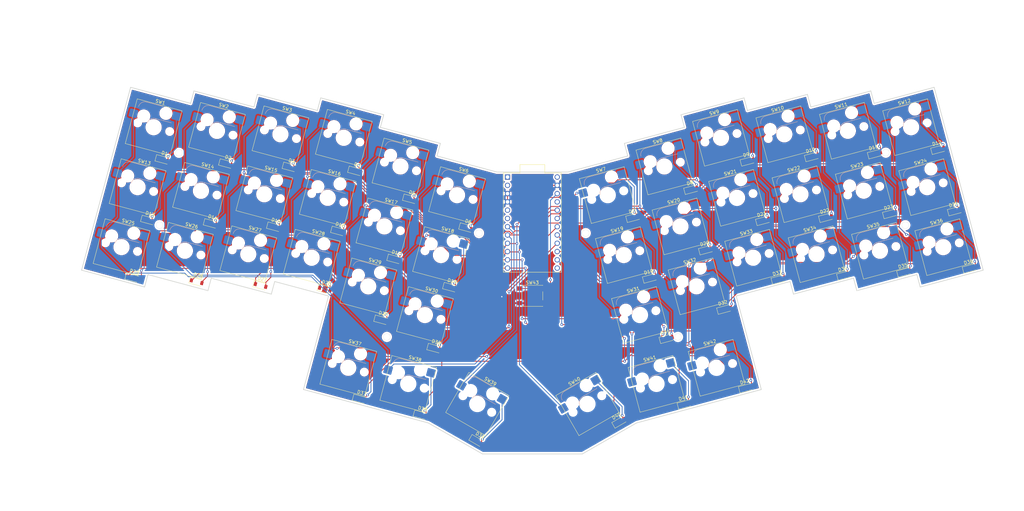
<source format=kicad_pcb>
(kicad_pcb (version 20211014) (generator pcbnew)
  (layers (0 "F.Cu" signal) (31 "B.Cu" signal) (34 "B.Paste" user) (35 "F.Paste" user) (36 "B.SilkS" user "B.Silkscreen") (37 "F.SilkS" user "F.Silkscreen") (38 "B.Mask" user) (39 "F.Mask" user) (44 "Edge.Cuts" user))
  (net 0 "")
  (net 1 "Net-(A1-Pad24)")
  (net 2 "GND")
  (net 3 "reset")
  (net 4 "VCC")
  (net 5 "row0")
  (net 6 "row1")
  (net 7 "row2")
  (net 8 "row3")
  (net 9 "row4")
  (net 10 "row5")
  (net 11 "row6")
  (net 12 "Net-(A1-Pad13)")
  (net 13 "col5")
  (net 14 "col4")
  (net 15 "col3")
  (net 16 "col2")
  (net 17 "col1")
  (net 18 "col0")
  (net 19 "Net-(A1-Pad6)")
  (net 20 "Net-(A1-Pad5)")
  (net 21 "Net-(A1-Pad2)")
  (net 22 "LED")
  (net 23 "Net-(D1-Pad2)")
  (net 24 "Net-(D2-Pad2)")
  (net 25 "Net-(D3-Pad2)")
  (net 26 "Net-(D4-Pad2)")
  (net 27 "Net-(D5-Pad2)")
  (net 28 "Net-(D6-Pad2)")
  (net 29 "Net-(D7-Pad2)")
  (net 30 "Net-(D8-Pad2)")
  (net 31 "Net-(D9-Pad2)")
  (net 32 "Net-(D10-Pad2)")
  (net 33 "Net-(D11-Pad2)")
  (net 34 "Net-(D12-Pad2)")
  (net 35 "Net-(D13-Pad2)")
  (net 36 "Net-(D14-Pad2)")
  (net 37 "Net-(D15-Pad2)")
  (net 38 "Net-(D16-Pad2)")
  (net 39 "Net-(D17-Pad2)")
  (net 40 "Net-(D18-Pad2)")
  (net 41 "Net-(D19-Pad2)")
  (net 42 "Net-(D20-Pad2)")
  (net 43 "Net-(D21-Pad2)")
  (net 44 "Net-(D22-Pad2)")
  (net 45 "Net-(D23-Pad2)")
  (net 46 "Net-(D24-Pad2)")
  (net 47 "Net-(D25-Pad2)")
  (net 48 "Net-(D26-Pad2)")
  (net 49 "Net-(D27-Pad2)")
  (net 50 "Net-(D28-Pad2)")
  (net 51 "Net-(D29-Pad2)")
  (net 52 "Net-(D30-Pad2)")
  (net 53 "Net-(D31-Pad2)")
  (net 54 "Net-(D32-Pad2)")
  (net 55 "Net-(D33-Pad2)")
  (net 56 "Net-(D34-Pad2)")
  (net 57 "Net-(D35-Pad2)")
  (net 58 "Net-(D36-Pad2)")
  (net 59 "Net-(D37-Pad2)")
  (net 60 "Net-(D38-Pad2)")
  (net 61 "Net-(D39-Pad2)")
  (net 62 "Net-(D40-Pad2)")
  (net 63 "Net-(D41-Pad2)")
  (net 64 "Net-(D42-Pad2)")
  (footprint "Diode_SMD:D_SOD-123" (layer "F.Cu") (at 178.84 93.35 15)
    (fp_text reference "D7")
    (fp_text value "1N4148W")
  )
  (footprint "Diode_SMD:D_SOD-123" (layer "F.Cu") (at 196.61 84.75 15)
    (fp_text reference "D8")
    (fp_text value "1N4148W")
  )
  (footprint "Diode_SMD:D_SOD-123" (layer "F.Cu") (at 213.9 76.06 15)
    (fp_text reference "D9")
    (fp_text value "1N4148W")
  )
  (footprint "Diode_SMD:D_SOD-123" (layer "F.Cu") (at 233.61 74.7 15)
    (fp_text reference "D10")
    (fp_text value "1N4148W")
  )
  (footprint "Diode_SMD:D_SOD-123" (layer "F.Cu") (at 252.92 73.84 15)
    (fp_text reference "D11")
    (fp_text value "1N4148W")
  )
  (footprint "Diode_SMD:D_SOD-123" (layer "F.Cu") (at 272.34 72.48 15)
    (fp_text reference "D12")
    (fp_text value "1N4148W")
  )
  (footprint "Diode_SMD:D_SOD-123" (layer "F.Cu") (at 183.96 111.99 15)
    (fp_text reference "D19")
    (fp_text value "1N4148W")
  )
  (footprint "Diode_SMD:D_SOD-123" (layer "F.Cu") (at 201.15 103.3 15)
    (fp_text reference "D20")
    (fp_text value "1N4148W")
  )
  (footprint "Diode_SMD:D_SOD-123" (layer "F.Cu") (at 218.63 94.31 15)
    (fp_text reference "D21")
    (fp_text value "1N4148W")
  )
  (footprint "Diode_SMD:D_SOD-123" (layer "F.Cu") (at 257.56 92.19 15)
    (fp_text reference "D23")
    (fp_text value "1N4148W")
  )
  (footprint "Diode_SMD:D_SOD-123" (layer "F.Cu") (at 189.05 130.51 15)
    (fp_text reference "D31")
    (fp_text value "1N4148W")
  )
  (footprint "Diode_SMD:D_SOD-123" (layer "F.Cu") (at 206.71 121.53 15)
    (fp_text reference "D32")
    (fp_text value "1N4148W")
  )
  (footprint "Diode_SMD:D_SOD-123" (layer "F.Cu") (at 223.39 112.36 15)
    (fp_text reference "D33")
    (fp_text value "1N4148W")
  )
  (footprint "Diode_SMD:D_SOD-123" (layer "F.Cu") (at 243.49 111.1 15)
    (fp_text reference "D34")
    (fp_text value "1N4148W")
  )
  (footprint "Diode_SMD:D_SOD-123" (layer "F.Cu") (at 282.02 108.95 15)
    (fp_text reference "D36")
    (fp_text value "1N4148W")
  )
  (footprint "Diode_SMD:D_SOD-123" (layer "F.Cu") (at 174.59 156.04 30)
    (fp_text reference "D40")
    (fp_text value "1N4148W")
  )
  (footprint "Diode_SMD:D_SOD-123" (layer "F.Cu") (at 194.59 150.7 15)
    (fp_text reference "D41")
    (fp_text value "1N4148W")
  )
  (footprint "Switch_Keyboard_Hotswap_Kailh:SW_Hotswap_Kailh_MX_1.00u" (layer "F.Cu") (at 51.1 66.775 -15)
    (fp_text reference "SW2")
    (fp_text value "SW_PUSH")
  )
  (footprint "Switch_Keyboard_Hotswap_Kailh:SW_Hotswap_Kailh_MX_1.00u" (layer "F.Cu") (at 70.55 67.825 -15)
    (fp_text reference "SW3")
    (fp_text value "SW_PUSH")
  )
  (footprint "Switch_Keyboard_Hotswap_Kailh:SW_Hotswap_Kailh_MX_1.00u" (layer "F.Cu") (at 89.975 68.9 -15)
    (fp_text reference "SW4")
    (fp_text value "SW_PUSH")
  )
  (footprint "Switch_Keyboard_Hotswap_Kailh:SW_Hotswap_Kailh_MX_1.00u" (layer "F.Cu") (at 107.35 77.7 -15)
    (fp_text reference "SW5")
    (fp_text value "SW_PUSH")
  )
  (footprint "Switch_Keyboard_Hotswap_Kailh:SW_Hotswap_Kailh_MX_1.00u" (layer "F.Cu") (at 124.7 86.5 -15)
    (fp_text reference "SW6")
    (fp_text value "SW_PUSH")
  )
  (footprint "Switch_Keyboard_Hotswap_Kailh:SW_Hotswap_Kailh_MX_1.00u" (layer "F.Cu") (at 170.9 86.49 15)
    (fp_text reference "SW7")
    (fp_text value "SW_PUSH")
  )
  (footprint "Switch_Keyboard_Hotswap_Kailh:SW_Hotswap_Kailh_MX_1.00u" (layer "F.Cu") (at 188.27 77.7 15)
    (fp_text reference "SW8")
    (fp_text value "SW_PUSH")
  )
  (footprint "Switch_Keyboard_Hotswap_Kailh:SW_Hotswap_Kailh_MX_1.00u" (layer "F.Cu") (at 205.625 68.9 15)
    (fp_text reference "SW9")
    (fp_text value "SW_PUSH")
  )
  (footprint "Switch_Keyboard_Hotswap_Kailh:SW_Hotswap_Kailh_MX_1.00u" (layer "F.Cu") (at 225.05 67.825 15)
    (fp_text reference "SW10")
    (fp_text value "SW_PUSH")
  )
  (footprint "Switch_Keyboard_Hotswap_Kailh:SW_Hotswap_Kailh_MX_1.00u" (layer "F.Cu") (at 244.525 66.75 15)
    (fp_text reference "SW11")
    (fp_text value "SW_PUSH")
  )
  (footprint "Switch_Keyboard_Hotswap_Kailh:SW_Hotswap_Kailh_MX_1.00u" (layer "F.Cu") (at 263.925 65.65 15)
    (fp_text reference "SW12")
    (fp_text value "SW_PUSH")
  )
  (footprint "Switch_Keyboard_Hotswap_Kailh:SW_Hotswap_Kailh_MX_1.00u" (layer "F.Cu") (at 26.75 84.05 -15)
    (fp_text reference "SW13")
    (fp_text value "SW_PUSH")
  )
  (footprint "Switch_Keyboard_Hotswap_Kailh:SW_Hotswap_Kailh_MX_1.00u" (layer "F.Cu") (at 46.182777 85.169552 -15)
    (fp_text reference "SW14")
    (fp_text value "SW_PUSH")
  )
  (footprint "Switch_Keyboard_Hotswap_Kailh:SW_Hotswap_Kailh_MX_1.00u" (layer "F.Cu") (at 65.6 86.225 -15)
    (fp_text reference "SW15")
    (fp_text value "SW_PUSH")
  )
  (footprint "Switch_Keyboard_Hotswap_Kailh:SW_Hotswap_Kailh_MX_1.00u" (layer "F.Cu") (at 85.05 87.325 -15)
    (fp_text reference "SW16")
    (fp_text value "SW_PUSH")
  )
  (footprint "Switch_Keyboard_Hotswap_Kailh:SW_Hotswap_Kailh_MX_1.00u" (layer "F.Cu") (at 102.425 96.1 -15)
    (fp_text reference "SW17")
    (fp_text value "SW_PUSH")
  )
  (footprint "Switch_Keyboard_Hotswap_Kailh:SW_Hotswap_Kailh_MX_1.00u" (layer "F.Cu") (at 119.78 104.89 -15)
    (fp_text reference "SW18")
    (fp_text value "SW_PUSH")
  )
  (footprint "Switch_Keyboard_Hotswap_Kailh:SW_Hotswap_Kailh_MX_1.00u" (layer "F.Cu") (at 175.83 104.89 15)
    (fp_text reference "SW19")
    (fp_text value "SW_PUSH")
  )
  (footprint "Switch_Keyboard_Hotswap_Kailh:SW_Hotswap_Kailh_MX_1.00u" (layer "F.Cu") (at 193.2 96.1 15)
    (fp_text reference "SW20")
    (fp_text value "SW_PUSH")
  )
  (footprint "Switch_Keyboard_Hotswap_Kailh:SW_Hotswap_Kailh_MX_1.00u" (layer "F.Cu") (at 210.55 87.325 15)
    (fp_text reference "SW21")
    (fp_text value "SW_PUSH")
  )
  (footprint "Switch_Keyboard_Hotswap_Kailh:SW_Hotswap_Kailh_MX_1.00u" (layer "F.Cu") (at 249.4 85.125 15)
    (fp_text reference "SW23")
    (fp_text value "SW_PUSH")
  )
  (footprint "Switch_Keyboard_Hotswap_Kailh:SW_Hotswap_Kailh_MX_1.00u" (layer "F.Cu") (at 268.86 84.05 15)
    (fp_text reference "SW24")
    (fp_text value "SW_PUSH")
  )
  (footprint "Switch_Keyboard_Hotswap_Kailh:SW_Hotswap_Kailh_MX_1.00u" (layer "F.Cu") (at 21.825 102.45 -15)
    (fp_text reference "SW25")
    (fp_text value "SW_PUSH")
  )
  (footprint "Switch_Keyboard_Hotswap_Kailh:SW_Hotswap_Kailh_MX_1.00u" (layer "F.Cu") (at 41.26 103.57 -15)
    (fp_text reference "SW26")
    (fp_text value "SW_PUSH")
  )
  (footprint "Switch_Keyboard_Hotswap_Kailh:SW_Hotswap_Kailh_MX_1.00u" (layer "F.Cu") (at 60.69 104.63 -15)
    (fp_text reference "SW27")
    (fp_text value "SW_PUSH")
  )
  (footprint "Switch_Keyboard_Hotswap_Kailh:SW_Hotswap_Kailh_MX_1.00u" (layer "F.Cu") (at 80.125 105.7 -15)
    (fp_text reference "SW28")
    (fp_text value "SW_PUSH")
  )
  (footprint "Switch_Keyboard_Hotswap_Kailh:SW_Hotswap_Kailh_MX_1.00u" (layer "F.Cu") (at 97.48 114.51 -15)
    (fp_text reference "SW29")
    (fp_text value "SW_PUSH")
  )
  (footprint "Switch_Keyboard_Hotswap_Kailh:SW_Hotswap_Kailh_MX_1.00u" (layer "F.Cu") (at 114.85 123.3 -15)
    (fp_text reference "SW30")
    (fp_text value "SW_PUSH")
  )
  (footprint "Switch_Keyboard_Hotswap_Kailh:SW_Hotswap_Kailh_MX_1.00u" (layer "F.Cu") (at 180.77 123.28 15)
    (fp_text reference "SW31")
    (fp_text value "SW_PUSH")
  )
  (footprint "Switch_Keyboard_Hotswap_Kailh:SW_Hotswap_Kailh_MX_1.00u" (layer "F.Cu") (at 198.125 114.49 15)
    (fp_text reference "SW32")
    (fp_text value "SW_PUSH")
  )
  (footprint "Switch_Keyboard_Hotswap_Kailh:SW_Hotswap_Kailh_MX_1.00u" (layer "F.Cu") (at 215.475 105.7 15)
    (fp_text reference "SW33")
    (fp_text value "SW_PUSH")
  )
  (footprint "Switch_Keyboard_Hotswap_Kailh:SW_Hotswap_Kailh_MX_1.00u" (layer "F.Cu") (at 254.36 103.57 15)
    (fp_text reference "SW35")
    (fp_text value "SW_PUSH")
  )
  (footprint "Switch_Keyboard_Hotswap_Kailh:SW_Hotswap_Kailh_MX_1.00u" (layer "F.Cu") (at 273.78 102.46 15)
    (fp_text reference "SW36")
    (fp_text value "SW_PUSH")
  )
  (footprint "Switch_Keyboard_Hotswap_Kailh:SW_Hotswap_Kailh_MX_1.00u" (layer "F.Cu") (at 91.35 139.49 -15)
    (fp_text reference "SW37")
    (fp_text value "SW_PUSH")
  )
  (footprint "Switch_Keyboard_Hotswap_Kailh:SW_Hotswap_Kailh_MX_1.00u" (layer "F.Cu") (at 109.75 144.425 -15)
    (fp_text reference "SW38")
    (fp_text value "SW_PUSH")
  )
  (footprint "Switch_Keyboard_Hotswap_Kailh:SW_Hotswap_Kailh_MX_1.00u" (layer "F.Cu") (at 185.85 144.42 15)
    (fp_text reference "SW41")
    (fp_text value "SW_PUSH")
  )
  (footprint "Switch_Keyboard_Hotswap_Kailh:SW_Hotswap_Kailh_MX_1.00u" (layer "F.Cu") (at 204.27 139.49 15)
    (fp_text reference "SW42")
    (fp_text value "SW_PUSH")
  )
  (footprint "Switch_Keyboard_Hotswap_Kailh:SW_Hotswap_Kailh_MX_1.00u" (layer "F.Cu") (at 234.94 104.63 15)
    (fp_text reference "SW34")
    (fp_text value "SW_PUSH")
  )
  (footprint "Switch_Keyboard_Hotswap_Kailh:SW_Hotswap_Kailh_MX_1.00u" (layer "F.Cu") (at 31.672968 65.648962 -15)
    (fp_text reference "SW1")
    (fp_text value "SW_PUSH")
  )
  (footprint "Switch_Keyboard_Hotswap_Kailh:SW_Hotswap_Kailh_MX_1.25u_90deg" (layer "F.Cu") (at 130.92 150.6 -30)
    (fp_text reference "SW39")
    (fp_text value "SW_PUSH")
  )
  (footprint "Switch_Keyboard_Hotswap_Kailh:SW_Hotswap_Kailh_MX_1.25u_90deg" (layer "F.Cu") (at 164.68 150.6 30)
    (fp_text reference "SW40")
    (fp_text value "SW_PUSH")
  )
  (footprint "Button_Switch_SMD:SW_SPST_PTS645" (layer "F.Cu") (at 147.78 117.4)
    (fp_text reference "SW43")
    (fp_text value "SW_PUSH")
  )
  (footprint "Switch_Keyboard_Hotswap_Kailh:SW_Hotswap_Kailh_MX_1.00u" (layer "F.Cu") (at 230 86.225 15)
    (fp_text reference "SW22")
    (fp_text value "SW_PUSH")
  )
  (footprint "promicro:ProMicro-EnforcedTop" (layer "F.Cu") (at 147.8 94.92 -90)
    (fp_text reference "A1" hide)
    (fp_text value "promicro")
  )
  (footprint "Diode_SMD:D_SOD-123" (layer "F.Cu") (at 117.84 133.54 -15)
    (fp_text reference "D30")
    (fp_text value "1N4148W")
  )
  (footprint "Diode_SMD:D_SOD-123" (layer "F.Cu") (at 237.95 93.35 15)
    (fp_text reference "D22")
    (fp_text value "1N4148W")
  )
  (footprint "Diode_SMD:D_SOD-123" (layer "F.Cu") (at 130.76 161.95 -30)
    (fp_text reference "D39")
    (fp_text value "1N4148W")
  )
  (footprint "Diode_SMD:D_SOD-123" (layer "F.Cu") (at 261.91 110.15 15)
    (fp_text reference "D35")
    (fp_text value "1N4148W")
  )
  (footprint "Diode_SMD:D_SOD-123" (layer "F.Cu") (at 101.58 124.84 -15)
    (fp_text reference "D29")
    (fp_text value "1N4148W")
  )
  (footprint "Diode_SMD:D_SOD-123" (layer "F.Cu") (at 34.51 75.62 -15)
    (fp_text reference "D1")
    (fp_text value "1N4148W")
  )
  (footprint "Diode_SMD:D_SOD-123" (layer "F.Cu") (at 113.64 154.01 -15)
    (fp_text reference "D38")
    (fp_text value "1N4148W")
  )
  (footprint "Diode_SMD:D_SOD-123" (layer "F.Cu") (at 94.99 149.13 -15)
    (fp_text reference "D37")
    (fp_text value "1N4148W")
  )
  (footprint "Diode_SMD:D_SOD-123" (layer "F.Cu") (at 122.68 114.83 -15)
    (fp_text reference "D18")
    (fp_text value "1N4148W")
  )
  (footprint "Diode_SMD:D_SOD-123" (layer "F.Cu") (at 105.58 106.15 -15)
    (fp_text reference "D17")
    (fp_text value "1N4148W")
  )
  (footprint "Diode_SMD:D_SOD-123" (layer "F.Cu") (at 49.3 95.25 -15)
    (fp_text reference "D14")
    (fp_text value "1N4148W")
  )
  (footprint "Diode_SMD:D_SOD-123" (layer "F.Cu") (at 30.08 94.22 -15)
    (fp_text reference "D13")
    (fp_text value "1N4148W")
  )
  (footprint "Diode_SMD:D_SOD-123" (layer "F.Cu") (at 127.63 96.54 -15)
    (fp_text reference "D6")
    (fp_text value "1N4148W")
  )
  (footprint "Diode_SMD:D_SOD-123" (layer "F.Cu") (at 93.57 79.12 -15)
    (fp_text reference "D4")
    (fp_text value "1N4148W")
  )
  (footprint "Diode_SMD:D_SOD-123" (layer "F.Cu") (at 54 76.89 -15)
    (fp_text reference "D2")
    (fp_text value "1N4148W")
  )
  (footprint "Diode_SMD:D_SOD-123" (layer "F.Cu") (at 88.34 97.57 -15)
    (fp_text reference "D16")
    (fp_text value "1N4148W")
  )
  (footprint "Diode_SMD:D_SOD-123" (layer "F.Cu") (at 73.49 77.92 -15)
    (fp_text reference "D3")
    (fp_text value "1N4148W")
  )
  (footprint "Diode_SMD:D_SOD-123" (layer "F.Cu") (at 84.18 115.37 -15)
    (fp_text reference "D28")
    (fp_text value "1N4148W")
  )
  (footprint "Diode_SMD:D_SOD-123" (layer "F.Cu") (at 68.69 96.28 -15)
    (fp_text reference "D15")
    (fp_text value "1N4148W")
  )
  (footprint "Diode_SMD:D_SOD-123" (layer "F.Cu") (at 110.39 87.7 -15)
    (fp_text reference "D5")
    (fp_text value "1N4148W")
  )
  (footprint "Diode_SMD:D_SOD-123" (layer "F.Cu") (at 64.47 114.22 -15)
    (fp_text reference "D27")
    (fp_text value "1N4148W")
  )
  (footprint "Diode_SMD:D_SOD-123" (layer "F.Cu") (at 25.26 111.92 -15)
    (fp_text reference "D25")
    (fp_text value "1N4148W")
  )
  (footprint "Diode_SMD:D_SOD-123" (layer "F.Cu") (at 44.87 113.07 -15)
    (fp_text reference "D26")
    (fp_text value "1N4148W")
  )
  (footprint "Diode_SMD:D_SOD-123" (layer "F.Cu") (at 277.46 91.32 15)
    (fp_text reference "D24")
    (fp_text value "1N4148W")
  )
  (footprint "Diode_SMD:D_SOD-123" (layer "F.Cu") (at 213.4 145.68 15)
    (fp_text reference "D42")
    (fp_text value "1N4148W")
  )
  (gr_circle (center 164.17 98.15) (end 165.22 98.15) (layer "Edge.Cuts") (width 0.05) (fill none))
  (gr_line (start 102.231669 61.827411) (end 101.196393 65.691115) (layer "Edge.Cuts") (width 0.2))
  (gr_line (start 118.562003 74.485321) (end 136.96289 79.415824) (layer "Edge.Cuts") (width 0.2))
  (gr_line (start 48.321956 115.814102) (end 29.921069 110.883599) (layer "Edge.Cuts") (width 0.2))
  (gr_line (start 158.64877 79.415824) (end 136.96289 79.415824) (layer "Edge.Cuts") (width 0.2))
  (gr_line (start 176.014381 70.621617) (end 194.415267 65.691115) (layer "Edge.Cuts") (width 0.2))
  (gr_line (start 247.289704 115.814102) (end 265.690591 110.883599) (layer "Edge.Cuts") (width 0.2))
  (gr_line (start 227.853541 116.880901) (end 226.818265 113.017198) (layer "Edge.Cuts") (width 0.2))
  (gr_line (start 77.616144 146.159577) (end 85.310727 117.443004) (layer "Edge.Cuts") (width 0.2))
  (gr_circle (center 256.16 73.47) (end 257.21 73.47) (layer "Edge.Cuts") (width 0.05) (fill none))
  (gr_line (start 48.321956 115.814102) (end 49.344938 111.99628) (layer "Edge.Cuts") (width 0.2))
  (gr_circle (center 262.15 95.72) (end 263.2 95.72) (layer "Edge.Cuts") (width 0.05) (fill none))
  (gr_line (start 82.913152 56.65103) (end 102.231669 61.827411) (layer "Edge.Cuts") (width 0.2))
  (gr_line (start 44.040826 54.517431) (end 43.017844 58.335253) (layer "Edge.Cuts") (width 0.2))
  (gr_line (start 24.616957 53.40475) (end 43.017844 58.335253) (layer "Edge.Cuts") (width 0.2))
  (gr_circle (center 39.44 73.5) (end 40.49 73.5) (layer "Edge.Cuts") (width 0.05) (fill none))
  (gr_line (start 28.898087 114.701421) (end 9.57957 109.52504) (layer "Edge.Cuts") (width 0.2))
  (gr_line (start 251.570834 54.517431) (end 233.169947 59.447934) (layer "Edge.Cuts") (width 0.2))
  (gr_line (start 232.134671 55.584231) (end 233.169947 59.447934) (layer "Edge.Cuts") (width 0.2))
  (gr_line (start 119.597279 70.621617) (end 118.562003 74.485321) (layer "Edge.Cuts") (width 0.2))
  (gr_line (start 217.995516 146.159577) (end 179.750688 156.407248) (layer "Edge.Cuts") (width 0.2))
  (gr_line (start 49.344938 111.99628) (end 67.758119 116.880901) (layer "Edge.Cuts") (width 0.2))
  (gr_circle (center 33.49 95.7) (end 34.54 95.7) (layer "Edge.Cuts") (width 0.05) (fill none))
  (gr_line (start 266.713573 114.701421) (end 265.690591 110.883599) (layer "Edge.Cuts") (width 0.2))
  (gr_line (start 176.014381 70.621617) (end 177.049657 74.485321) (layer "Edge.Cuts") (width 0.2))
  (gr_line (start 286.03209 109.52504) (end 270.994703 53.40475) (layer "Edge.Cuts") (width 0.2))
  (gr_line (start 212.698508 56.65103) (end 193.379991 61.827411) (layer "Edge.Cuts") (width 0.2))
  (gr_line (start 67.758119 116.880901) (end 68.793395 113.017198) (layer "Edge.Cuts") (width 0.2))
  (gr_line (start 232.134671 55.584231) (end 213.733784 60.514734) (layer "Edge.Cuts") (width 0.2))
  (gr_line (start 119.597279 70.621617) (end 101.196393 65.691115) (layer "Edge.Cuts") (width 0.2))
  (gr_circle (center 192.43 130.02) (end 193.48 130.02) (layer "Edge.Cuts") (width 0.05) (fill none))
  (gr_line (start 63.476989 55.584231) (end 81.877876 60.514734) (layer "Edge.Cuts") (width 0.2))
  (gr_line (start 9.57957 109.52504) (end 24.616957 53.40475) (layer "Edge.Cuts") (width 0.2))
  (gr_line (start 266.713573 114.701421) (end 286.03209 109.52504) (layer "Edge.Cuts") (width 0.2))
  (gr_line (start 132.471379 165.918171) (end 163.140281 165.918171) (layer "Edge.Cuts") (width 0.2))
  (gr_line (start 217.995516 146.159577) (end 210.300933 117.443004) (layer "Edge.Cuts") (width 0.2))
  (gr_circle (center 103.19 130.02) (end 104.24 130.02) (layer "Edge.Cuts") (width 0.05) (fill none))
  (gr_line (start 163.140281 165.918171) (end 179.750688 156.407248) (layer "Edge.Cuts") (width 0.2))
  (gr_line (start 247.289704 115.814102) (end 246.266722 111.99628) (layer "Edge.Cuts") (width 0.2))
  (gr_line (start 82.913152 56.65103) (end 81.877876 60.514734) (layer "Edge.Cuts") (width 0.2))
  (gr_circle (center 131.44 98.16) (end 132.49 98.16) (layer "Edge.Cuts") (width 0.05) (fill none))
  (gr_line (start 212.698508 56.65103) (end 213.733784 60.514734) (layer "Edge.Cuts") (width 0.2))
  (gr_line (start 115.860972 156.407248) (end 132.471379 165.918171) (layer "Edge.Cuts") (width 0.2))
  (gr_line (start 210.300933 117.443004) (end 226.818265 113.017198) (layer "Edge.Cuts") (width 0.2))
  (gr_line (start 193.379991 61.827411) (end 194.415267 65.691115) (layer "Edge.Cuts") (width 0.2))
  (gr_line (start 270.994703 53.40475) (end 252.593816 58.335253) (layer "Edge.Cuts") (width 0.2))
  (gr_line (start 77.616144 146.159577) (end 115.860972 156.407248) (layer "Edge.Cuts") (width 0.2))
  (gr_line (start 44.040826 54.517431) (end 62.441713 59.447934) (layer "Edge.Cuts") (width 0.2))
  (gr_line (start 28.898087 114.701421) (end 29.921069 110.883599) (layer "Edge.Cuts") (width 0.2))
  (gr_line (start 246.266722 111.99628) (end 227.853541 116.880901) (layer "Edge.Cuts") (width 0.2))
  (gr_line (start 85.310727 117.443004) (end 68.793395 113.017198) (layer "Edge.Cuts") (width 0.2))
  (gr_line (start 63.476989 55.584231) (end 62.441713 59.447934) (layer "Edge.Cuts") (width 0.2))
  (gr_line (start 177.049657 74.485321) (end 158.64877 79.415824) (layer "Edge.Cuts") (width 0.2))
  (gr_line (start 251.570834 54.517431) (end 252.593816 58.335253) (layer "Edge.Cuts") (width 0.2))
  (segment (start 148.292884 117.66501) (end 151.76 119.65) (width 0.25) (layer "F.Cu") (net 2))
  (segment (start 140.18 86.03) (end 142.72 83.49) (width 0.25) (layer "F.Cu") (net 2))
  (segment (start 142.72 83.49) (end 155.42 83.49) (width 0.25) (layer "F.Cu") (net 2))
  (segment (start 138.43 117.66501) (end 148.292884 117.66501) (width 0.25) (layer "F.Cu") (net 2))
  (segment (start 140.18 88.57) (end 140.18 86.03) (width 0.25) (layer "F.Cu") (net 2))
  (segment (start 143.8 119.65) (end 151.76 119.65) (width 0.25) (layer "F.Cu") (net 2))
  (via (at 138.43 117.66501) (size 0.8) (drill 0.4) (layers "F.Cu" "B.Cu") (net 2))
  (segment (start 138.43 90.32) (end 138.43 117.66501) (width 0.25) (layer "B.Cu") (net 2))
  (segment (start 140.18 88.57) (end 138.43 90.32) (width 0.25) (layer "B.Cu") (net 2))
  (segment (start 151.420001 115.289999) (end 151.355001 115.224999) (width 0.25) (layer "F.Cu") (net 3))
  (segment (start 153.33 114.55) (end 153.33 112.5) (width 0.25) (layer "F.Cu") (net 3))
  (segment (start 143.8 115.15) (end 151.76 115.15) (width 0.25) (layer "F.Cu") (net 3))
  (segment (start 152.73 115.15) (end 153.33 114.55) (width 0.25) (layer "F.Cu") (net 3))
  (segment (start 151.76 115.15) (end 152.73 115.15) (width 0.25) (layer "F.Cu") (net 3))
  (via (at 153.33 112.5) (size 0.8) (drill 0.4) (layers "F.Cu" "B.Cu") (net 3))
  (segment (start 153.33 112.5) (end 153.33 88.12) (width 0.25) (layer "B.Cu") (net 3))
  (segment (start 153.33 88.12) (end 155.42 86.03) (width 0.25) (layer "B.Cu") (net 3))
  (segment (start 140.720001 97.604999) (end 139.639999 97.604999) (width 0.25) (layer "F.Cu") (net 5))
  (segment (start 141.305001 98.26999) (end 141.305001 98.189999) (width 0.25) (layer "F.Cu") (net 5))
  (segment (start 118.09 96.77) (end 109.484445 88.164445) (width 0.25) (layer "F.Cu") (net 5))
  (segment (start 138.604988 99.915012) (end 138.604988 104.112192) (width 0.25) (layer "F.Cu") (net 5))
  (segment (start 71.896222 77.492949) (end 71.581802 78.68) (width 0.25) (layer "F.Cu") (net 5))
  (segment (start 138.66 99.855001) (end 138.664999 99.855001) (width 0.25) (layer "F.Cu") (net 5))
  (segment (start 142.45 97.47) (end 141.65001 98.26999) (width 0.25) (layer "F.Cu") (net 5))
  (segment (start 138.66 98.584998) (end 138.66 99.855001) (width 0.25) (layer "F.Cu") (net 5))
  (segment (start 141.65001 98.26999) (end 141.305001 98.26999) (width 0.25) (layer "F.Cu") (net 5))
  (segment (start 138.604988 104.112192) (end 137.85718 104.86) (width 0.25) (layer "F.Cu") (net 5))
  (segment (start 138.664999 99.855001) (end 138.604988 99.915012) (width 0.25) (layer "F.Cu") (net 5))
  (segment (start 73.792395 79.61) (end 72.584445 78.40205) (width 0.25) (layer "F.Cu") (net 5))
  (segment (start 153.51 91.11) (end 147.15 97.47) (width 0.25) (layer "F.Cu") (net 5))
  (segment (start 53.094445 77.674445) (end 52.406222 76.462949) (width 0.25) (layer "F.Cu") (net 5))
  (segment (start 91.976222 78.796222) (end 91.976222 78.692949) (width 0.25) (layer "F.Cu") (net 5))
  (segment (start 54.1 78.68) (end 53.094445 77.674445) (width 0.25) (layer "F.Cu") (net 5))
  (segment (start 33.63 76.49) (end 32.916222 75.192949) (width 0.25) (layer "F.Cu") (net 5))
  (segment (start 125.379171 96.77) (end 118.09 96.77) (width 0.25) (layer "F.Cu") (net 5))
  (segment (start 91.931802 79.61) (end 73.792395 79.61) (width 0.25) (layer "F.Cu") (net 5))
  (segment (start 155.42 91.11) (end 153.51 91.11) (width 0.25) (layer "F.Cu") (net 5))
  (segment (start 109.484445 88.164445) (end 108.796222 87.272949) (width 0.25) (layer "F.Cu") (net 5))
  (segment (start 71.581802 78.68) (end 54.1 78.68) (width 0.25) (layer "F.Cu") (net 5))
  (segment (start 100.847051 87.272949) (end 100.65 87.47) (width 0.25) (layer "F.Cu") (net 5))
  (segment (start 108.796222 87.272949) (end 100.847051 87.272949) (width 0.25) (layer "F.Cu") (net 5))
  (segment (start 126.036222 96.112949) (end 125.379171 96.77) (width 0.25) (layer "F.Cu") (net 5))
  (segment (start 50.731802 79.01) (end 36.15 79.01) (width 0.25) (layer "F.Cu") (net 5))
  (segment (start 100.65 87.47) (end 91.976222 78.796222) (width 0.25) (layer "F.Cu") (net 5))
  (segment (start 72.584445 78.40205) (end 71.896222 77.492949) (width 0.25) (layer "F.Cu") (net 5))
  (segment (start 139.639999 97.604999) (end 138.66 98.584998) (width 0.25) (layer "F.Cu") (net 5))
  (segment (start 91.976222 78.692949) (end 91.931802 79.61) (width 0.25) (layer "F.Cu") (net 5))
  (segment (start 137.85718 104.86) (end 134.31 104.86) (width 0.25) (layer "F.Cu") (net 5))
  (segment (start 141.305001 98.189999) (end 140.720001 97.604999) (width 0.25) (layer "F.Cu") (net 5))
  (segment (start 36.15 79.01) (end 33.63 76.49) (width 0.25) (layer "F.Cu") (net 5))
  (segment (start 52.406222 76.462949) (end 50.731802 79.01) (width 0.25) (layer "F.Cu") (net 5))
  (segment (start 126.036222 96.586222) (end 126.036222 96.112949) (width 0.25) (layer "F.Cu") (net 5))
  (segment (start 134.31 104.86) (end 126.036222 96.586222) (width 0.25) (layer "F.Cu") (net 5))
  (segment (start 147.15 97.47) (end 142.45 97.47) (width 0.25) (layer "F.Cu") (net 5))
  (segment (start 194.989171 85.15) (end 195.016222 85.177051) (width 0.25) (layer "F.Cu") (net 6))
  (segment (start 198.14 86.01) (end 207.847357 76.302643) (width 0.25) (layer "F.Cu") (net 6))
  (segment (start 250.790614 76.889386) (end 250.790614 74.899386) (width 0.25) (layer "F.Cu") (net 6))
  (segment (start 232.009386 76.889386) (end 250.790614 76.889386) (width 0.25) (layer "F.Cu") (net 6))
  (segment (start 195.227051 85.177051) (end 196.06 86.01) (width 0.25) (layer "F.Cu") (net 6))
  (segment (start 250.790614 74.899386) (end 251.326222 74.363778) (width 0.25) (layer "F.Cu") (net 6))
  (segment (start 212.306222 76.487051) (end 212.977051 76.487051) (width 0.25) (layer "F.Cu") (net 6))
  (segment (start 158.465005 90.604995) (end 178.044995 90.604995) (width 0.25) (layer "F.Cu") (net 6))
  (segment (start 212.977051 76.487051) (end 213.73 77.24) (width 0.25) (layer "F.Cu") (net 6))
  (segment (start 188.081426 85.15) (end 194.989171 85.15) (width 0.25) (layer "F.Cu") (net 6))
  (segment (start 177.35 93.673273) (end 177.246222 93.777051) (width 0.25) (layer "F.Cu") (net 6))
  (segment (start 195.016222 85.177051) (end 195.227051 85.177051) (width 0.25) (layer "F.Cu") (net 6))
  (segment (start 231.658772 77.24) (end 232.009386 76.889386) (width 0.25) (layer "F.Cu") (net 6))
  (segment (start 232.009386 75.637702) (end 232.016222 75.127051) (width 0.25) (layer "F.Cu") (net 6))
  (segment (start 270.572949 72.907051) (end 270.746222 72.907051) (width 0.25) (layer "F.Cu") (net 6))
  (segment (start 213.73 77.24) (end 231.658772 77.24) (width 0.25) (layer "F.Cu") (net 6))
  (segment (start 196.06 86.01) (end 198.14 86.01) (width 0.25) (layer "F.Cu") (net 6))
  (segment (start 250.790614 76.889386) (end 266.590614 76.889386) (width 0.25) (layer "F.Cu") (net 6))
  (segment (start 178.044995 90.604995) (end 177.35 91.29999) (width 0.25) (layer "F.Cu") (net 6))
  (segment (start 155.42 93.65) (end 158.465005 90.604995) (width 0.25) (layer "F.Cu") (net 6))
  (segment (start 266.590614 76.889386) (end 270.572949 72.907051) (width 0.25) (layer "F.Cu") (net 6))
  (segment (start 232.009386 76.889386) (end 232.009386 75.637702) (width 0.25) (layer "F.Cu") (net 6))
  (segment (start 251.326222 74.363778) (end 251.326222 74.267051) (width 0.25) (layer "F.Cu") (net 6))
  (segment (start 177.35 91.29999) (end 177.35 93.673273) (width 0.25) (layer "F.Cu") (net 6))
  (segment (start 207.847357 76.302643) (end 212.306222 76.487051) (width 0.25) (layer "F.Cu") (net 6))
  (segment (start 182.626431 90.604995) (end 188.081426 85.15) (width 0.25) (layer "F.Cu") (net 6))
  (segment (start 178.044995 90.604995) (end 182.626431 90.604995) (width 0.25) (layer "F.Cu") (net 6))
  (segment (start 104.41 106.146727) (end 104.41 106.8) (width 0.25) (layer "F.Cu") (net 7))
  (segment (start 121.086222 114.402949) (end 121.086222 114.936222) (width 0.25) (layer "F.Cu") (net 7))
  (segment (start 29.174445 94.481172) (end 29.174445 94.704445) (width 0.25) (layer "F.Cu") (net 7))
  (segment (start 112.22 114.6) (end 121.086222 114.402949) (width 0.25) (layer "F.Cu") (net 7))
  (segment (start 94.897357 105.907357) (end 103.986222 105.722949) (width 0.25) (layer "F.Cu") (net 7))
  (segment (start 103.986222 105.722949) (end 104.41 106.146727) (width 0.25) (layer "F.Cu") (net 7))
  (segment (start 44.44 97.45) (end 47.067051 94.822949) (width 0.25) (layer "F.Cu") (net 7))
  (segment (start 48.394445 95.684445) (end 49.87 97.16) (width 0.25) (layer "F.Cu") (net 7))
  (segment (start 86.001802 98.76) (end 86.746222 97.142949) (width 0.25) (layer "F.Cu") (net 7))
  (segment (start 29.174445 94.704445) (end 31.92 97.45) (width 0.25) (layer "F.Cu") (net 7))
  (segment (start 47.706222 94.822949) (end 48.394445 95.674445) (width 0.25) (layer "F.Cu") (net 7))
  (segment (start 123.09 116.94) (end 138.669389 116.94) (width 0.25) (layer "F.Cu") (net 7))
  (segment (start 66.19 96.759171) (end 67.096222 95.852949) (width 0.25) (layer "F.Cu") (net 7))
  (segment (start 70.003273 98.76) (end 86.001802 98.76) (width 0.25) (layer "F.Cu") (net 7))
  (segment (start 138.669389 116.94) (end 151.91 103.699389) (width 0.25) (layer "F.Cu") (net 7))
  (segment (start 151.91 99.7) (end 155.42 96.19) (width 0.25) (layer "F.Cu") (net 7))
  (segment (start 104.41 106.8) (end 104.42 106.8) (width 0.25) (layer "F.Cu") (net 7))
  (segment (start 65.789171 97.16) (end 66.19 96.759171) (width 0.25) (layer "F.Cu") (net 7))
  (segment (start 48.394445 95.674445) (end 48.394445 95.684445) (width 0.25) (layer "F.Cu") (net 7))
  (segment (start 86.746222 97.756222) (end 94.897357 105.907357) (width 0.25) (layer "F.Cu") (net 7))
  (segment (start 67.096222 95.852949) (end 70.003273 98.76) (width 0.25) (layer "F.Cu") (net 7))
  (segment (start 49.87 97.16) (end 65.789171 97.16) (width 0.25) (layer "F.Cu") (net 7))
  (segment (start 86.746222 97.142949) (end 86.746222 97.756222) (width 0.25) (layer "F.Cu") (net 7))
  (segment (start 28.486222 93.792949) (end 29.174445 94.481172) (width 0.25) (layer "F.Cu") (net 7))
  (segment (start 151.91 103.699389) (end 151.91 99.7) (width 0.25) (layer "F.Cu") (net 7))
  (segment (start 104.42 106.8) (end 112.22 114.6) (width 0.25) (layer "F.Cu") (net 7))
  (segment (start 121.086222 114.936222) (end 123.09 116.94) (width 0.25) (layer "F.Cu") (net 7))
  (segment (start 47.067051 94.822949) (end 47.706222 94.822949) (width 0.25) (layer "F.Cu") (net 7))
  (segment (start 31.92 97.45) (end 44.44 97.45) (width 0.25) (layer "F.Cu") (net 7))
  (segment (start 216.909171 94.61) (end 212.58 94.61) (width 0.25) (layer "F.Cu") (net 8))
  (segment (start 257.641027 92.87) (end 256.219171 92.87) (width 0.25) (layer "F.Cu") (net 8))
  (segment (start 256.219171 92.87) (end 255.966222 92.617051) (width 0.25) (layer "F.Cu") (net 8))
  (segment (start 183.87 113.19) (end 183.097051 112.417051) (width 0.25) (layer "F.Cu") (net 8))
  (segment (start 185.96 113.19) (end 183.87 113.19) (width 0.25) (layer "F.Cu") (net 8))
  (segment (start 200.417051 103.727051) (end 199.556222 103.727051) (width 0.25) (layer "F.Cu") (net 8))
  (segment (start 234.473273 95.66) (end 218.72 95.66) (width 0.25) (layer "F.Cu") (net 8))
  (segment (start 255.966222 92.617051) (end 255.792949 92.617051) (width 0.25) (layer "F.Cu") (net 8))
  (segment (start 236.356222 93.777051) (end 234.473273 95.66) (width 0.25) (layer "F.Cu") (net 8))
  (segment (start 217.036222 94.737051) (end 216.909171 94.61) (width 0.25) (layer "F.Cu") (net 8))
  (segment (start 255.792949 92.617051) (end 253.66 94.75) (width 0.25) (layer "F.Cu") (net 8))
  (segment (start 212.58 94.61) (end 202.65 104.54) (width 0.25) (layer "F.Cu") (net 8))
  (segment (start 201.23 104.54) (end 200.417051 103.727051) (width 0.25) (layer "F.Cu") (net 8))
  (segment (start 276.026082 91.587192) (end 274.443273 93.17) (width 0.25) (layer "F.Cu") (net 8))
  (segment (start 274.443273 93.17) (end 257.941027 93.17) (width 0.25) (layer "F.Cu") (net 8))
  (segment (start 275.866222 91.747051) (end 276.026082 91.587192) (width 0.25) (layer "F.Cu") (net 8))
  (segment (start 257.941027 93.17) (end 257.641027 92.87) (width 0.25) (layer "F.Cu") (net 8))
  (segment (start 195.607357 103.542643) (end 185.96 113.19) (width 0.25) (layer "F.Cu") (net 8))
  (segment (start 253.66 94.75) (end 238.04 94.75) (width 0.25) (layer "F.Cu") (net 8))
  (segment (start 238.04 94.75) (end 236.356222 93.777051) (width 0.25) (layer "F.Cu") (net 8))
  (segment (start 183.097051 112.417051) (end 182.366222 112.417051) (width 0.25) (layer "F.Cu") (net 8))
  (segment (start 199.556222 103.727051) (end 195.607357 103.542643) (width 0.25) (layer "F.Cu") (net 8))
  (segment (start 168.922643 112.232643) (end 155.42 98.73) (width 0.25) (layer "F.Cu") (net 8))
  (segment (start 182.366222 112.417051) (end 168.922643 112.232643) (width 0.25) (layer "F.Cu") (net 8))
  (segment (start 202.65 104.54) (end 201.23 104.54) (width 0.25) (layer "F.Cu") (net 8))
  (segment (start 218.72 95.66) (end 217.036222 94.737051) (width 0.25) (layer "F.Cu") (net 8))
  (segment (start 62.876222 113.792949) (end 62.95 113.719171) (width 0.25) (layer "F.Cu") (net 9))
  (segment (start 62.95 111.93) (end 65.902504 108.977496) (width 0.25) (layer "F.Cu") (net 9))
  (segment (start 82.82 111.21208) (end 85.054584 108.977496) (width 0.25) (layer "F.Cu") (net 9))
  (segment (start 43.276222 112.642949) (end 43.397051 112.642949) (width 0.25) (layer "F.Cu") (net 9))
  (segment (start 43.397051 112.642949) (end 47.062504 108.977496) (width 0.25) (layer "F.Cu") (net 9))
  (segment (start 62.95 113.719171) (end 62.95 111.93) (width 0.25) (layer "F.Cu") (net 9))
  (segment (start 99.507088 123.43) (end 99.986222 124.412949) (width 0.25) (layer "F.Cu") (net 9))
  (segment (start 140.64 116.1) (end 141.735 115.005) (width 0.25) (layer "F.Cu") (net 9))
  (segment (start 65.902504 108.977496) (end 85.054584 108.977496) (width 0.25) (layer "F.Cu") (net 9))
  (segment (start 117.23 127.64) (end 117.63 127.24) (width 0.25) (layer "F.Cu") (net 9))
  (segment (start 117.63 127.24) (end 140.690002 127.24) (width 0.25) (layer "F.Cu") (net 9))
  (segment (start 99.986222 125.396222) (end 102.23 127.64) (width 0.25) (layer "F.Cu") (net 9))
  (segment (start 140.690002 127.24) (end 140.690002 126.850002) (width 0.25) (layer "F.Cu") (net 9))
  (segment (start 99.986222 124.412949) (end 99.986222 125.396222) (width 0.25) (layer "F.Cu") (net 9))
  (segment (start 116.246222 128.643778) (end 117.1 127.79) (width 0.25) (layer "F.Cu") (net 9))
  (segment (start 47.06 108.98) (end 47.062504 108.977496) (width 0.25) (layer "F.Cu") (net 9))
  (segment (start 26.33 108.98) (end 47.06 108.98) (width 0.25) (layer "F.Cu") (net 9))
  (segment (start 85.054584 108.977496) (end 85.054584 109.481311) (width 0.25) (layer "F.Cu") (net 9))
  (segment (start 85.054584 109.481311) (end 99.003273 123.43) (width 0.25) (layer "F.Cu") (net 9))
  (segment (start 141.465001 115.224999) (end 141.735 114.955) (width 0.25) (layer "F.Cu") (net 9))
  (segment (start 24.357336 110.952664) (end 26.33 108.98) (width 0.25) (layer "F.Cu") (net 9))
  (segment (start 140.690002 126.850002) (end 140.64 126.8) (width 0.25) (layer "F.Cu") (net 9))
  (segment (start 82.586222 114.942949) (end 82.82 114.709171) (width 0.25) (layer "F.Cu") (net 9))
  (segment (start 117.1 127.77) (end 117.23 127.64) (width 0.25) (layer "F.Cu") (net 9))
  (segment (start 23.666222 111.492949) (end 24.354445 110.952664) (width 0.25) (layer "F.Cu") (net 9))
  (segment (start 99.003273 123.43) (end 99.507088 123.43) (width 0.25) (layer "F.Cu") (net 9))
  (segment (start 116.246222 133.112949) (end 116.246222 128.643778) (width 0.25) (layer "F.Cu") (net 9))
  (segment (start 141.735 114.955) (end 155.42 101.27) (width 0.25) (layer "F.Cu") (net 9))
  (segment (start 102.23 127.64) (end 117.23 127.64) (width 0.25) (layer "F.Cu") (net 9))
  (segment (start 24.354445 110.952664) (end 24.357336 110.952664) (width 0.25) (layer "F.Cu") (net 9))
  (segment (start 141.735 115.005) (end 141.735 114.955) (width 0.25) (layer "F.Cu") (net 9))
  (segment (start 117.1 127.79) (end 117.1 127.77) (width 0.25) (layer "F.Cu") (net 9))
  (segment (start 47.062504 108.977496) (end 65.902504 108.977496) (width 0.25) (layer "F.Cu") (net 9))
  (segment (start 82.82 114.709171) (end 82.82 111.21208) (width 0.25) (layer "F.Cu") (net 9))
  (via (at 140.64 126.8) (size 0.8) (drill 0.4) (layers "F.Cu" "B.Cu") (net 9))
  (via (at 140.64 116.1) (size 0.8) (drill 0.4) (layers "F.Cu" "B.Cu") (net 9))
  (segment (start 140.64 126.8) (end 140.64 116.1) (width 0.25) (layer "B.Cu") (net 9))
  (segment (start 205.116222 121.957051) (end 195.757088 131.82) (width 0.25) (layer "F.Cu") (net 10))
  (segment (start 221.8 112.783273) (end 221.8 108.28) (width 0.25) (layer "F.Cu") (net 10))
  (segment (start 222.485187 107.594813) (end 219.555187 107.594813) (width 0.25) (layer "F.Cu") (net 10))
  (segment (start 209.95112 117.19888) (end 205.192949 121.957051) (width 0.25) (layer "F.Cu") (net 10))
  (segment (start 205.192949 121.957051) (end 205.116222 121.957051) (width 0.25) (layer "F.Cu") (net 10))
  (segment (start 260.316222 110.577051) (end 260.34 110.553273) (width 0.25) (layer "F.Cu") (net 10))
  (segment (start 222.485187 107.594813) (end 242.594813 107.594813) (width 0.25) (layer "F.Cu") (net 10))
  (segment (start 241.88 108.309626) (end 242.594813 107.594813) (width 0.25) (layer "F.Cu") (net 10))
  (segment (start 155.42 103.81) (end 159.27 103.81) (width 0.25) (layer "F.Cu") (net 10))
  (segment (start 261.025187 107.594813) (end 261.105001 107.514999) (width 0.25) (layer "F.Cu") (net 10))
  (segment (start 261.105001 107.514999) (end 278.56417 107.514999) (width 0.25) (layer "F.Cu") (net 10))
  (segment (start 187.456222 130.937051) (end 187.456222 129.573778) (width 0.25) (layer "F.Cu") (net 10))
  (segment (start 159.27 103.81) (end 168.43 112.97) (width 0.25) (layer "F.Cu") (net 10))
  (segment (start 187.456222 129.573778) (end 187.85 129.18) (width 0.25) (layer "F.Cu") (net 10))
  (segment (start 168.43 112.97) (end 174.27 112.97) (width 0.25) (layer "F.Cu") (net 10))
  (segment (start 242.594813 107.594813) (end 261.025187 107.594813) (width 0.25) (layer "F.Cu") (net 10))
  (segment (start 241.896222 111.527051) (end 241.88 111.510829) (width 0.25) (layer "F.Cu") (net 10))
  (segment (start 260.34 108.28) (end 261.025187 107.594813) (width 0.25) (layer "F.Cu") (net 10))
  (segment (start 210.090654 117.059346) (end 210.020888 117.078039) (width 0.25) (layer "F.Cu") (net 10))
  (segment (start 210.020888 117.078039) (end 209.95112 117.19888) (width 0.25) (layer "F.Cu") (net 10))
  (segment (start 260.34 110.553273) (end 260.34 108.28) (width 0.25) (layer "F.Cu") (net 10))
  (segment (start 241.88 111.510829) (end 241.88 108.309626) (width 0.25) (layer "F.Cu") (net 10))
  (segment (start 221.8 108.28) (end 222.485187 107.594813) (width 0.25) (layer "F.Cu") (net 10))
  (segment (start 278.56417 107.514999) (end 280.426222 109.377051) (width 0.25) (layer "F.Cu") (net 10))
  (segment (start 219.555187 107.594813) (end 210.090654 117.059346) (width 0.25) (layer "F.Cu") (net 10))
  (segment (start 189.211802 131.82) (end 187.456222 130.937051) (width 0.25) (layer "F.Cu") (net 10))
  (segment (start 195.757088 131.82) (end 189.211802 131.82) (width 0.25) (layer "F.Cu") (net 10))
  (segment (start 221.796222 112.787051) (end 221.8 112.783273) (width 0.25) (layer "F.Cu") (net 10))
  (segment (start 174.27 112.97) (end 188.14 126.84) (width 0.25) (layer "F.Cu") (net 10))
  (via (at 187.85 129.18) (size 0.8) (drill 0.4) (layers "F.Cu" "B.Cu") (net 10))
  (via (at 188.14 126.84) (size 0.8) (drill 0.4) (layers "F.Cu" "B.Cu") (net 10))
  (segment (start 188.14 126.84) (end 188.14 128.89) (width 0.25) (layer "B.Cu") (net 10))
  (segment (start 188.14 128.89) (end 187.85 129.18) (width 0.25) (layer "B.Cu") (net 10))
  (segment (start 193.545697 135.775697) (end 192.8 136.521394) (width 0.25) (layer "F.Cu") (net 11))
  (segment (start 120.02 151.52) (end 120.02 144.61) (width 0.25) (layer "F.Cu") (net 11))
  (segment (start 176.09 137.48) (end 178.1 135.47) (width 0.25) (layer "F.Cu") (net 11))
  (segment (start 129.331058 161.125) (end 129.331058 160.831058) (width 0.25) (layer "F.Cu") (net 11))
  (segment (start 173.161058 156.865) (end 172.82 156.523942) (width 0.25) (layer "F.Cu") (net 11))
  (segment (start 178.405697 135.775697) (end 193.545697 135.775697) (width 0.25) (layer "F.Cu") (net 11))
  (segment (start 172.82 138.55) (end 173.89 137.48) (width 0.25) (layer "F.Cu") (net 11))
  (segment (start 172.82 156.523942) (end 172.82 138.55) (width 0.25) (layer "F.Cu") (net 11))
  (segment (start 129.331058 160.831058) (end 120.02 151.52) (width 0.25) (layer "F.Cu") (net 11))
  (segment (start 211.91 146.003273) (end 211.806222 146.107051) (width 0.25) (layer "F.Cu") (net 11))
  (segment (start 109.85 137.48) (end 119.96 137.48) (width 0.25) (layer "F.Cu") (net 11))
  (segment (start 193.545697 135.775697) (end 203.996699 135.775697) (width 0.25) (layer "F.Cu") (net 11))
  (segment (start 112.13 153.499171) (end 112.13 152) (width 0.25) (layer "F.Cu") (net 11))
  (segment (start 176.09 137.48) (end 173.89 137.48) (width 0.25) (layer "F.Cu") (net 11))
  (segment (start 173.89 137.48) (end 119.96 137.48) (width 0.25) (layer "F.Cu") (net 11))
  (segment (start 120.02 137.54) (end 119.96 137.48) (width 0.25) (layer "F.Cu") (net 11))
  (segment (start 192.8 136.521394) (end 192.8 150.930829) (width 0.25) (layer "F.Cu") (net 11))
  (segment (start 192.8 150.930829) (end 192.996222 151.127051) (width 0.25) (layer "F.Cu") (net 11))
  (segment (start 119.52 144.61) (end 120.02 144.61) (width 0.25) (layer "F.Cu") (net 11))
  (segment (start 203.996699 135.775697) (end 211.91 143.688998) (width 0.25) (layer "F.Cu") (net 11))
  (segment (start 93.396222 148.702949) (end 93.396222 148.583778) (width 0.25) (layer "F.Cu") (net 11))
  (segment (start 104.5 137.48) (end 109.85 137.48) (width 0.25) (layer "F.Cu") (net 11))
  (segment (start 112.046222 153.582949) (end 112.13 153.499171) (width 0.25) (layer "F.Cu") (net 11))
  (segment (start 211.91 143.688998) (end 211.91 146.003273) (width 0.25) (layer "F.Cu") (net 11))
  (segment (start 178.1 135.47) (end 178.405697 135.775697) (width 0.25) (layer "F.Cu") (net 11))
  (segment (start 171.820002 126.23) (end 176.070002 130.48) (width 0.25) (layer "F.Cu") (net 11))
  (segment (start 93.396222 148.583778) (end 104.5 137.48) (width 0.25) (layer "F.Cu") (net 11))
  (segment (start 112.13 152) (end 119.52 144.61) (width 0.25) (layer "F.Cu") (net 11))
  (segment (start 120.02 144.61) (end 120.02 137.54) (width 0.25) (layer "F.Cu") (net 11))
  (segment (start 156.8 126.23) (end 171.820002 126.23) (width 0.25) (layer "F.Cu") (net 11))
  (via (at 156.8 126.23) (size 0.8) (drill 0.4) (layers "F.Cu" "B.Cu") (net 11))
  (via (at 176.070002 130.48) (size 0.8) (drill 0.4) (layers "F.Cu" "B.Cu") (net 11))
  (via (at 176.09 137.48) (size 0.8) (drill 0.4) (layers "F.Cu" "B.Cu") (net 11))
  (segment (start 176.070002 130.48) (end 176.070002 137.460002) (width 0.25) (layer "B.Cu") (net 11))
  (segment (start 156.8 107.73) (end 156.8 126.23) (width 0.25) (layer "B.Cu") (net 11))
  (segment (start 155.42 106.35) (end 156.8 107.73) (width 0.25) (layer "B.Cu") (net 11))
  (segment (start 176.070002 137.460002) (end 176.09 137.48) (width 0.25) (layer "B.Cu") (net 11))
  (segment (start 152.686516 132.536516) (end 195.867745 132.536516) (width 0.25) (layer "F.Cu") (net 13))
  (segment (start 195.94 107.93) (end 196.794305 107.075695) (width 0.25) (layer "F.Cu") (net 13))
  (segment (start 260.065697 96.155695) (end 262.47 98.559998) (width 0.25) (layer "F.Cu") (net 13))
  (segment (start 117.023589 98.8) (end 115.39 98.8) (width 0.25) (layer "F.Cu") (net 13))
  (segment (start 201.194304 107.075695) (end 212.114305 96.155695) (width 0.25) (layer "F.Cu") (net 13))
  (segment (start 212.114305 96.155695) (end 260.065697 96.155695) (width 0.25) (layer "F.Cu") (net 13))
  (segment (start 196.794305 107.075695) (end 201.194304 107.075695) (width 0.25) (layer "F.Cu") (net 13))
  (segment (start 145.65 125.5) (end 152.686516 132.536516) (width 0.25) (layer "F.Cu") (net 13))
  (segment (start 133.899347 108.89) (end 130.014147 105.0048) (width 0.25) (layer "F.Cu") (net 13))
  (segment (start 140.18 108.89) (end 133.899347 108.89) (width 0.25) (layer "F.Cu") (net 13))
  (segment (start 130.014147 105.0048) (end 123.228389 105.0048) (width 0.25) (layer "F.Cu") (net 13))
  (segment (start 140.18 108.89) (end 145.629998 108.89) (width 0.25) (layer "F.Cu") (net 13))
  (segment (start 123.228389 105.0048) (end 117.023589 98.8) (width 0.25) (layer "F.Cu") (net 13))
  (via (at 195.94 107.93) (size 0.8) (drill 0.4) (layers "F.Cu" "B.Cu") (net 13))
  (via (at 115.39 98.8) (size 0.8) (drill 0.4) (layers "F.Cu" "B.Cu") (net 13))
  (via (at 145.65 125.5) (size 0.8) (drill 0.4) (layers "F.Cu" "B.Cu") (net 13))
  (via (at 195.867745 132.536516) (size 0.8) (drill 0.4) (layers "F.Cu" "B.Cu") (net 13))
  (via (at 262.47 98.559998) (size 0.8) (drill 0.4) (layers "F.Cu" "B.Cu") (net 13))
  (via (at 145.629998 108.89) (size 0.8) (drill 0.4) (layers "F.Cu" "B.Cu") (net 13))
  (segment (start 196.769015 138.870281) (end 196.769015 133.437786) (width 0.25) (layer "B.Cu") (net 13))
  (segment (start 260.317983 84.471313) (end 260.317983 96.407981) (width 0.25) (layer "B.Cu") (net 13))
  (segment (start 195.77 108.1) (end 195.77 113.778073) (width 0.25) (layer "B.Cu") (net 13))
  (segment (start 262.998732 98.559998) (end 262.47 98.559998) (width 0.25) (layer "B.Cu") (net 13))
  (segment (start 261.359015 83.430281) (end 258.49 80.561266) (width 0.25) (layer "B.Cu") (net 13))
  (segment (start 195.77 113.778073) (end 195.77 131.42) (width 0.25) (layer "B.Cu") (net 13))
  (segment (start 258.49 68.72) (end 256.64 66.87) (width 0.25) (layer "B.Cu") (net 13))
  (segment (start 196.769015 133.437786) (end 195.867745 132.536516) (width 0.25) (layer "B.Cu") (net 13))
  (segment (start 145.629998 125.479998) (end 145.65 125.5) (width 0.25) (layer "B.Cu") (net 13))
  (segment (start 113.593816 87.132815) (end 118.513816 82.212815) (width 0.25) (layer "B.Cu") (net 13))
  (segment (start 256.64 66.87) (end 256.64 65.246266) (width 0.25) (layer "B.Cu") (net 13))
  (segment (start 258.49 80.561266) (end 258.49 68.72) (width 0.25) (layer "B.Cu") (net 13))
  (segment (start 113.593816 100.596184) (end 113.593816 100.602815) (width 0.25) (layer "B.Cu") (net 13))
  (segment (start 145.629998 108.89) (end 145.629998 125.479998) (width 0.25) (layer "B.Cu") (net 13))
  (segment (start 195.94 107.93) (end 195.77 108.1) (width 0.25) (layer "B.Cu") (net 13))
  (segment (start 108.663816 105.532815) (end 113.593816 100.602815) (width 0.25) (layer "B.Cu") (net 13))
  (segment (start 115.39 98.8) (end 113.593816 100.596184) (width 0.25) (layer "B.Cu") (net 13))
  (segment (start 260.317983 96.407981) (end 262.47 98.559998) (width 0.25) (layer "B.Cu") (net 13))
  (segment (start 195.77 131.42) (end 195.77 131.59) (width 0.25) (layer "B.Cu") (net 13))
  (segment (start 113.593816 100.602815) (end 113.593816 87.132815) (width 0.25) (layer "B.Cu") (net 13))
  (segment (start 261.359015 83.430281) (end 260.317983 84.471313) (width 0.25) (layer "B.Cu") (net 13))
  (segment (start 195.77 131.42) (end 195.77 132.438771) (width 0.25) (layer "B.Cu") (net 13))
  (segment (start 266.279015 101.840281) (end 262.998732 98.559998) (width 0.25) (layer "B.Cu") (net 13))
  (segment (start 195.77 132.438771) (end 195.867745 132.536516) (width 0.25) (layer "B.Cu") (net 13))
  (segment (start 108.663816 119.012815) (end 108.663816 105.532815) (width 0.25) (layer "B.Cu") (net 13))
  (segment (start 256.64 65.246266) (end 256.424015 65.030281) (width 0.25) (layer "B.Cu") (net 13))
  (segment (start 188.688001 128.305001) (end 188.818001 128.175001) (width 0.25) (layer "F.Cu") (net 14))
  (segment (start 244.375198 107.144802) (end 246.2 105.32) (width 0.25) (layer "F.Cu") (net 14))
  (segment (start 196.714999 128.175001) (end 217.745198 107.144802) (width 0.25) (layer "F.Cu") (net 14))
  (segment (start 97.08 89.88) (end 96.83 89.63) (width 0.25) (layer "F.Cu") (net 14))
  (segment (start 109.21718 89.88) (end 97.08 89.88) (width 0.25) (layer "F.Cu") (net 14))
  (segment (start 178.32 129.1) (end 179.114999 128.305001) (width 0.25) (layer "F.Cu") (net 14))
  (segment (start 173.650605 124.430605) (end 144.664878 124.430605) (width 0.25) (layer "F.Cu") (net 14))
  (segment (start 217.745198 107.144802) (end 244.375198 107.144802) (width 0.25) (layer "F.Cu") (net 14))
  (segment (start 188.818001 128.175001) (end 196.714999 128.175001) (width 0.25) (layer "F.Cu") (net 14))
  (segment (start 179.114999 128.305001) (end 188.688001 128.305001) (width 0.25) (layer "F.Cu") (net 14))
  (segment (start 125.626588 98.269408) (end 117.606586 98.269408) (width 0.25) (layer "F.Cu") (net 14))
  (segment (start 140.18 106.35) (end 144.65 106.35) (width 0.25) (layer "F.Cu") (net 14))
  (segment (start 117.606586 98.269408) (end 109.21718 89.88) (width 0.25) (layer "F.Cu") (net 14))
  (segment (start 178.32 129.1) (end 173.650605 124.430605) (width 0.25) (layer "F.Cu") (net 14))
  (segment (start 133.70718 106.35) (end 125.626588 98.269408) (width 0.25) (layer "F.Cu") (net 14))
  (segment (start 140.18 106.35) (end 133.70718 106.35) (width 0.25) (layer "F.Cu") (net 14))
  (segment (start 144.65 106.35) (end 144.67 106.37) (width 0.25) (layer "F.Cu") (net 14))
  (via (at 96.83 89.63) (size 0.8) (drill 0.4) (layers "F.Cu" "B.Cu") (net 14))
  (via (at 246.2 105.32) (size 0.8) (drill 0.4) (layers "F.Cu" "B.Cu") (net 14))
  (via (at 144.664878 124.430605) (size 0.8) (drill 0.4) (layers "F.Cu" "B.Cu") (net 14))
  (via (at 144.67 106.37) (size 0.8) (drill 0.4) (layers "F.Cu" "B.Cu") (net 14))
  (via (at 178.32 129.1) (size 0.8) (drill 0.4) (layers "F.Cu" "B.Cu") (net 14))
  (segment (start 91.293816 96.757815) (end 96.238816 91.812815) (width 0.25) (layer "B.Cu") (net 14))
  (segment (start 96.83 89.63) (end 96.83 91.221631) (width 0.25) (layer "B.Cu") (net 14))
  (segment (start 246.859015 102.950281) (end 241.899015 97.990281) (width 0.25) (layer "B.Cu") (net 14))
  (segment (start 246.859015 104.660985) (end 246.859015 102.950281) (width 0.25) (layer "B.Cu") (net 14))
  (segment (start 144.664878 106.375122) (end 144.67 106.37) (width 0.25) (layer "B.Cu") (net 14))
  (segment (start 246.2 105.32) (end 246.859015 104.660985) (width 0.25) (layer "B.Cu") (net 14))
  (segment (start 96.238816 78.337815) (end 101.163816 73.412815) (width 0.25) (layer "B.Cu") (net 14))
  (segment (start 237.024015 79.630281) (end 237.024015 66.130281) (width 0.25) (layer "B.Cu") (net 14))
  (segment (start 96.238816 91.812815) (end 96.238816 78.337815) (width 0.25) (layer "B.Cu") (net 14))
  (segment (start 144.664878 124.430605) (end 144.664878 106.375122) (width 0.25) (layer "B.Cu") (net 14))
  (segment (start 178.349015 143.800281) (end 178.349015 129.129015) (width 0.25) (layer "B.Cu") (net 14))
  (segment (start 241.899015 97.990281) (end 241.899015 84.505281) (width 0.25) (layer "B.Cu") (net 14))
  (segment (start 91.293816 110.222815) (end 91.293816 96.757815) (width 0.25) (layer "B.Cu") (net 14))
  (segment (start 241.899015 84.505281) (end 237.024015 79.630281) (width 0.25) (layer "B.Cu") (net 14))
  (segment (start 96.83 91.221631) (end 96.238816 91.812815) (width 0.25) (layer "B.Cu") (net 14))
  (segment (start 178.349015 129.129015) (end 178.32 129.1) (width 0.25) (layer "B.Cu") (net 14))
  (segment (start 117.792986 97.819397) (end 109.32359 89.35) (width 0.25) (layer "F.Cu") (net 15))
  (segment (start 222.46 90.59) (end 197.022349 90.59) (width 0.25) (layer "F.Cu") (net 15))
  (segment (start 138.09 105.9) (end 133.89359 105.9) (width 0.25) (layer "F.Cu") (net 15))
  (segment (start 183.094303 92.385697) (end 180.415001 95.064999) (width 0.25) (layer "F.Cu") (net 15))
  (segment (start 197.022349 90.59) (end 195.226652 92.385697) (width 0.25) (layer "F.Cu") (net 15))
  (segment (start 195.226652 92.385697) (end 183.094303 92.385697) (width 0.25) (layer "F.Cu") (net 15))
  (segment (start 92.095021 80.785021) (end 78.87 80.785021) (width 0.25) (layer "F.Cu") (net 15))
  (segment (start 109.32359 89.35) (end 100.66 89.35) (width 0.25) (layer "F.Cu") (net 15))
  (segment (start 180.415001 95.064999) (end 151.835001 95.064999) (width 0.25) (layer "F.Cu") (net 15))
  (segment (start 151.835001 95.064999) (end 143.81 103.09) (width 0.25) (layer "F.Cu") (net 15))
  (segment (start 140.18 103.81) (end 138.09 105.9) (width 0.25) (layer "F.Cu") (net 15))
  (segment (start 140.3 103.93) (end 140.18 103.81) (width 0.25) (layer "F.Cu") (net 15))
  (segment (start 125.812987 97.819397) (end 117.792986 97.819397) (width 0.25) (layer "F.Cu") (net 15))
  (segment (start 100.66 89.35) (end 92.095021 80.785021) (width 0.25) (layer "F.Cu") (net 15))
  (segment (start 143.81 103.93) (end 140.3 103.93) (width 0.25) (layer "F.Cu") (net 15))
  (segment (start 143.81 103.09) (end 143.81 103.93) (width 0.25) (layer "F.Cu") (net 15))
  (segment (start 133.89359 105.9) (end 125.812987 97.819397) (width 0.25) (layer "F.Cu") (net 15))
  (via (at 78.87 80.785021) (size 0.8) (drill 0.4) (layers "F.Cu" "B.Cu") (net 15))
  (via (at 143.81 103.93) (size 0.8) (drill 0.4) (layers "F.Cu" "B.Cu") (net 15))
  (via (at 222.46 90.59) (size 0.8) (drill 0.4) (layers "F.Cu" "B.Cu") (net 15))
  (segment (start 217.549015 80.655281) (end 217.549015 67.205281) (width 0.25) (layer "B.Cu") (net 15))
  (segment (start 78.863816 69.537815) (end 83.788816 64.612815) (width 0.25) (layer "B.Cu") (net 15))
  (segment (start 78.863816 83.037815) (end 78.863816 69.537815) (width 0.25) (layer "B.Cu") (net 15))
  (segment (start 143.83 103.95) (end 143.83 138.498585) (width 0.25) (layer "B.Cu") (net 15))
  (segment (start 73.938816 101.412815) (end 73.938816 87.962815) (width 0.25) (layer "B.Cu") (net 15))
  (segment (start 227.439015 104.010281) (end 222.499015 99.070281) (width 0.25) (layer "B.Cu") (net 15))
  (segment (start 222.499015 90.550985) (end 222.46 90.59) (width 0.25) (layer "B.Cu") (net 15))
  (segment (start 78.863816 83.037815) (end 78.863816 80.791205) (width 0.25) (layer "B.Cu") (net 15))
  (segment (start 78.863816 80.791205) (end 78.87 80.785021) (width 0.25) (layer "B.Cu") (net 15))
  (segment (start 222.46 90.59) (end 222.499015 85.605281) (width 0.25) (layer "B.Cu") (net 15))
  (segment (start 143.83 138.498585) (end 157.27421 151.942795) (width 0.25) (layer "B.Cu") (net 15))
  (segment (start 222.499015 99.070281) (end 222.499015 90.550985) (width 0.25) (layer "B.Cu") (net 15))
  (segment (start 143.81 103.93) (end 143.83 103.95) (width 0.25) (layer "B.Cu") (net 15))
  (segment (start 222.499015 85.605281) (end 217.549015 80.655281) (width 0.25) (layer "B.Cu") (net 15))
  (segment (start 73.938816 87.962815) (end 78.863816 83.037815) (width 0.25) (layer "B.Cu") (net 15))
  (segment (start 133.940011 105.310011) (end 138.043579 105.310011) (width 0.25) (layer "F.Cu") (net 16))
  (segment (start 143.05 101.36) (end 140.27 101.36) (width 0.25) (layer "F.Cu") (net 16))
  (segment (start 92.160011 80.060011) (end 100.89 88.79) (width 0.25) (layer "F.Cu") (net 16))
  (segment (start 100.89 88.79) (end 109.4 88.79) (width 0.25) (layer "F.Cu") (net 16))
  (segment (start 140.27 101.36) (end 140.18 101.27) (width 0.25) (layer "F.Cu") (net 16))
  (segment (start 59.410002 79.61) (end 59.860013 80.060011) (width 0.25) (layer "F.Cu") (net 16))
  (segment (start 139.054999 102.615001) (end 140.18 101.49) (width 0.25) (layer "F.Cu") (net 16))
  (segment (start 160.304303 82.775697) (end 155.865 87.215) (width 0.25) (layer "F.Cu") (net 16))
  (segment (start 138.043579 105.310011) (end 139.054999 104.298591) (width 0.25) (layer "F.Cu") (net 16))
  (segment (start 117.979386 97.369386) (end 125.999386 97.369386) (width 0.25) (layer "F.Cu") (net 16))
  (segment (start 151.33999 87.215) (end 143.09 95.46499) (width 0.25) (layer "F.Cu") (net 16))
  (segment (start 140.18 101.49) (end 140.18 101.27) (width 0.25) (layer "F.Cu") (net 16))
  (segment (start 155.865 87.215) (end 151.33999 87.215) (width 0.25) (layer "F.Cu") (net 16))
  (segment (start 125.999386 97.369386) (end 133.940011 105.310011) (width 0.25) (layer "F.Cu") (net 16))
  (segment (start 109.4 88.79) (end 117.979386 97.369386) (width 0.25) (layer "F.Cu") (net 16))
  (segment (start 59.860013 80.060011) (end 92.160011 80.060011) (width 0.25) (layer "F.Cu") (net 16))
  (segment (start 139.054999 104.298591) (end 139.054999 102.615001) (width 0.25) (layer "F.Cu") (net 16))
  (segment (start 198.124015 81.780281) (end 173.922068 81.780281) (width 0.25) (layer "F.Cu") (net 16))
  (segment (start 173.922068 81.780281) (end 172.926652 82.775697) (width 0.25) (layer "F.Cu") (net 16))
  (segment (start 172.926652 82.775697) (end 160.304303 82.775697) (width 0.25) (layer "F.Cu") (net 16))
  (via (at 143.05 101.36) (size 0.8) (drill 0.4) (layers "F.Cu" "B.Cu") (net 16))
  (via (at 59.410002 79.61) (size 0.8) (drill 0.4) (layers "F.Cu" "B.Cu") (net 16))
  (via (at 143.09 95.46499) (size 0.8) (drill 0.4) (layers "F.Cu" "B.Cu") (net 16))
  (via (at 198.124015 81.780281) (size 0.8) (drill 0.4) (layers "F.Cu" "B.Cu") (net 16))
  (segment (start 59.413816 68.487815) (end 64.363816 63.537815) (width 0.25) (layer "B.Cu") (net 16))
  (segment (start 198.124015 81.780281) (end 198.124015 68.280281) (width 0.25) (layer "B.Cu") (net 16))
  (segment (start 203.049015 86.705281) (end 198.124015 81.780281) (width 0.25) (layer "B.Cu") (net 16))
  (segment (start 143.01 101.4) (end 143.05 101.36) (width 0.25) (layer "B.Cu") (net 16))
  (segment (start 143.05 95.50499) (end 143.09 95.46499) (width 0.25) (layer "B.Cu") (net 16))
  (segment (start 143.05 101.36) (end 143.05 95.50499) (width 0.25) (layer "B.Cu") (net 16))
  (segment (start 59.413816 81.937815) (end 59.413816 68.487815) (width 0.25) (layer "B.Cu") (net 16))
  (segment (start 59.413816 81.937815) (end 59.413816 79.613814) (width 0.25) (layer "B.Cu") (net 16))
  (segment (start 207.974015 105.080281) (end 203.049015 100.155281) (width 0.25) (layer "B.Cu") (net 16))
  (segment (start 54.503816 100.342815) (end 54.503816 86.847815) (width 0.25) (layer "B.Cu") (net 16))
  (segment (start 203.049015 100.155281) (end 203.049015 86.705281) (width 0.25) (layer "B.Cu") (net 16))
  (segment (start 54.503816 86.847815) (end 59.413816 81.937815) (width 0.25) (layer "B.Cu") (net 16))
  (segment (start 143.01 127.902005) (end 143.01 101.4) (width 0.25) (layer "B.Cu") (net 16))
  (segment (start 59.413816 79.613814) (end 59.410002 79.61) (width 0.25) (layer "B.Cu") (net 16))
  (segment (start 126.05421 144.857795) (end 143.01 127.902005) (width 0.25) (layer "B.Cu") (net 16))
  (segment (start 158.315017 89.879985) (end 180.769015 89.879985) (width 0.25) (layer "F.Cu") (net 17))
  (segment (start 153.584999 92.235001) (end 155.960001 92.235001) (width 0.25) (layer "F.Cu") (net 17))
  (segment (start 140.19 98.72) (end 147.1 98.72) (width 0.25) (layer "F.Cu") (net 17))
  (segment (start 155.960001 92.235001) (end 158.315017 89.879985) (width 0.25) (layer "F.Cu") (net 17))
  (segment (start 147.1 98.72) (end 153.584999 92.235001) (width 0.25) (layer "F.Cu") (net 17))
  (segment (start 140.18 98.73) (end 140.19 98.72) (width 0.25) (layer "F.Cu") (net 17))
  (via (at 180.769015 89.879985) (size 0.8) (drill 0.4) (layers "F.Cu" "B.Cu") (net 17))
  (segment (start 35.073816 85.805144) (end 39.996593 80.882367) (width 0.25) (layer "B.Cu") (net 17))
  (segment (start 39.996593 80.882367) (end 41.02 79.85896) (width 0.25) (layer "B.Cu") (net 17))
  (segment (start 41.02 66.381631) (end 44.913816 62.487815) (width 0.25) (layer "B.Cu") (net 17))
  (segment (start 185.699015 95.480281) (end 180.769015 90.550281) (width 0.25) (layer "B.Cu") (net 17))
  (segment (start 141.365001 99.915001) (end 140.18 98.73) (width 0.25) (layer "B.Cu") (net 17))
  (segment (start 130.187506 138.325496) (end 141.365001 127.148001) (width 0.25) (layer "B.Cu") (net 17))
  (segment (start 105.376135 138.325496) (end 130.187506 138.325496) (width 0.25) (layer "B.Cu") (net 17))
  (segment (start 187.012421 96.793687) (end 185.699015 95.480281) (width 0.25) (layer "B.Cu") (net 17))
  (segment (start 180.769015 90.550281) (end 180.769015 89.879985) (width 0.25) (layer "B.Cu") (net 17))
  (segment (start 41.02 79.85896) (end 41.02 66.381631) (width 0.25) (layer "B.Cu") (net 17))
  (segment (start 35.073816 99.282815) (end 35.073816 85.805144) (width 0.25) (layer "B.Cu") (net 17))
  (segment (start 43.379476 111.05758) (end 35.073816 102.75192) (width 0.25) (layer "B.Cu") (net 17))
  (segment (start 180.769015 77.080281) (end 180.769015 89.879985) (width 0.25) (layer "B.Cu") (net 17))
  (segment (start 103.563816 140.137815) (end 103.563816 134.153816) (width 0.25) (layer "B.Cu") (net 17))
  (segment (start 103.563816 140.137815) (end 105.376135 138.325496) (width 0.25) (layer "B.Cu") (net 17))
  (segment (start 103.563816 134.153816) (end 80.46758 111.05758) (width 0.25) (layer "B.Cu") (net 17))
  (segment (start 35.073816 102.75192) (end 35.073816 99.282815) (width 0.25) (layer "B.Cu") (net 17))
  (segment (start 80.46758 111.05758) (end 43.379476 111.05758) (width 0.25) (layer "B.Cu") (net 17))
  (segment (start 190.624015 113.870281) (end 187.012421 110.258687) (width 0.25) (layer "B.Cu") (net 17))
  (segment (start 141.365001 127.148001) (end 141.365001 99.915001) (width 0.25) (layer "B.Cu") (net 17))
  (segment (start 187.012421 110.258687) (end 187.012421 96.793687) (width 0.25) (layer "B.Cu") (net 17))
  (segment (start 87.93 133.53) (end 88.069504 133.390496) (width 0.25) (layer "F.Cu") (net 18))
  (segment (start 103.09 136.03) (end 133.77 136.03) (width 0.25) (layer "F.Cu") (net 18))
  (segment (start 153.525001 89.984999) (end 157.345001 89.984999) (width 0.25) (layer "F.Cu") (net 18))
  (segment (start 140.18 96.19) (end 147.32 96.19) (width 0.25) (layer "F.Cu") (net 18))
  (segment (start 88.069504 133.390496) (end 100.450496 133.390496) (width 0.25) (layer "F.Cu") (net 18))
  (segment (start 157.345001 89.984999) (end 161.45 85.88) (width 0.25) (layer "F.Cu") (net 18))
  (segment (start 100.450496 133.390496) (end 103.09 136.03) (width 0.25) (layer "F.Cu") (net 18))
  (segment (start 147.32 96.19) (end 153.525001 89.984999) (width 0.25) (layer "F.Cu") (net 18))
  (via (at 133.77 136.03) (size 0.8) (drill 0.4) (layers "F.Cu" "B.Cu") (net 18))
  (via (at 161.45 85.88) (size 0.8) (drill 0.4) (layers "F.Cu" "B.Cu") (net 18))
  (via (at 87.93 133.53) (size 0.8) (drill 0.4) (layers "F.Cu" "B.Cu") (net 18))
  (segment (start 20.563816 79.762815) (end 25.486784 74.839847) (width 0.25) (layer "B.Cu") (net 18))
  (segment (start 15.638816 98.162815) (end 20.563816 93.237815) (width 0.25) (layer "B.Cu") (net 18))
  (segment (start 80.042733 111.53) (end 42.313589 111.53) (width 0.25) (layer "B.Cu") (net 18))
  (segment (start 85.163816 135.202815) (end 86.184436 134.182195) (width 0.25) (layer "B.Cu") (net 18))
  (segment (start 23.520011 110.430011) (end 15.638816 102.548816) (width 0.25) (layer "B.Cu") (net 18))
  (segment (start 168.329015 117.720281) (end 168.329015 104.270281) (width 0.25) (layer "B.Cu") (net 18))
  (segment (start 86.184436 134.182195) (end 86.184436 117.671703) (width 0.25) (layer "B.Cu") (net 18))
  (segment (start 142.15 127.65) (end 142.15 98.16) (width 0.25) (layer "B.Cu") (net 18))
  (segment (start 162.63 99.922915) (end 162.63 86.639296) (width 0.25) (layer "B.Cu") (net 18))
  (segment (start 15.638816 102.548816) (end 15.638816 98.162815) (width 0.25) (layer "B.Cu") (net 18))
  (segment (start 133.77 136.03) (end 142.15 127.65) (width 0.25) (layer "B.Cu") (net 18))
  (segment (start 85.163816 135.202815) (end 86.836631 133.53) (width 0.25) (layer "B.Cu") (net 18))
  (segment (start 162.621458 99.931457) (end 162.63 99.922915) (width 0.25) (layer "B.Cu") (net 18))
  (segment (start 25.486784 74.839847) (end 25.486784 61.361777) (width 0.25) (layer "B.Cu") (net 18))
  (segment (start 20.563816 93.237815) (end 20.563816 79.762815) (width 0.25) (layer "B.Cu") (net 18))
  (segment (start 41.2136 110.430011) (end 23.520011 110.430011) (width 0.25) (layer "B.Cu") (net 18))
  (segment (start 161.459719 85.870281) (end 161.45 85.88) (width 0.25) (layer "B.Cu") (net 18))
  (segment (start 86.184436 117.671703) (end 80.042733 111.53) (width 0.25) (layer "B.Cu") (net 18))
  (segment (start 86.836631 133.53) (end 87.93 133.53) (width 0.25) (layer "B.Cu") (net 18))
  (segment (start 168.329015 104.270281) (end 166.960281 104.270281) (width 0.25) (layer "B.Cu") (net 18))
  (segment (start 42.313589 111.53) (end 41.2136 110.430011) (width 0.25) (layer "B.Cu") (net 18))
  (segment (start 166.960281 104.270281) (end 162.621458 99.931457) (width 0.25) (layer "B.Cu") (net 18))
  (segment (start 163.399015 85.870281) (end 161.459719 85.870281) (width 0.25) (layer "B.Cu") (net 18))
  (segment (start 162.63 86.639296) (end 163.399015 85.870281) (width 0.25) (layer "B.Cu") (net 18))
  (segment (start 142.15 98.16) (end 140.18 96.19) (width 0.25) (layer "B.Cu") (net 18))
  (segment (start 173.269015 122.660281) (end 168.329015 117.720281) (width 0.25) (layer "B.Cu") (net 18))
  (segment (start 36.103778 76.047051) (end 36.103778 74.646222) (width 0.25) (layer "F.Cu") (net 23))
  (segment (start 36.103778 74.646222) (end 36.12 74.63) (width 0.25) (layer "F.Cu") (net 23))
  (via (at 36.12 74.63) (size 0.8) (drill 0.4) (layers "F.Cu" "B.Cu") (net 23))
  (segment (start 38.630707 72.119293) (end 36.12 74.63) (width 0.25) (layer "B.Cu") (net 23))
  (segment (start 38.630707 62.25408) (end 38.630707 72.119293) (width 0.25) (layer "B.Cu") (net 23))
  (segment (start 55.605572 76.432626) (end 55.605572 75.985572) (width 0.25) (layer "F.Cu") (net 24))
  (segment (start 55.593778 77.317051) (end 55.605572 76.432626) (width 0.25) (layer "F.Cu") (net 24))
  (via (at 55.605572 75.985572) (size 0.8) (drill 0.4) (layers "F.Cu" "B.Cu") (net 24))
  (segment (start 58.057739 73.533405) (end 55.605572 75.985572) (width 0.25) (layer "B.Cu") (net 24))
  (segment (start 58.057739 63.380118) (end 58.057739 73.533405) (width 0.25) (layer "B.Cu") (net 24))
  (segment (start 75.083778 78.347051) (end 74.395555 76.864445) (width 0.25) (layer "F.Cu") (net 25))
  (segment (start 74.395555 76.864445) (end 74.450002 76.809998) (width 0.25) (layer "F.Cu") (net 25))
  (via (at 74.450002 76.809998) (size 0.8) (drill 0.4) (layers "F.Cu" "B.Cu") (net 25))
  (segment (start 77.507739 64.430118) (end 77.507739 73.752261) (width 0.25) (layer "B.Cu") (net 25))
  (segment (start 77.507739 73.752261) (end 74.450002 76.809998) (width 0.25) (layer "B.Cu") (net 25))
  (segment (start 94.475555 77.505555) (end 94.43 77.46) (width 0.25) (layer "F.Cu") (net 26))
  (segment (start 95.163778 79.547051) (end 94.475555 77.505555) (width 0.25) (layer "F.Cu") (net 26))
  (via (at 94.43 77.46) (size 0.8) (drill 0.4) (layers "F.Cu" "B.Cu") (net 26))
  (segment (start 96.932739 74.957261) (end 94.43 77.46) (width 0.25) (layer "B.Cu") (net 26))
  (segment (start 96.932739 65.505118) (end 96.932739 74.957261) (width 0.25) (layer "B.Cu") (net 26))
  (segment (start 111.983778 88.127051) (end 111.5 87.643273) (width 0.25) (layer "F.Cu") (net 27))
  (segment (start 111.5 87.643273) (end 111.5 86.76) (width 0.25) (layer "F.Cu") (net 27))
  (via (at 111.5 86.76) (size 0.8) (drill 0.4) (layers "F.Cu" "B.Cu") (net 27))
  (segment (start 114.307739 74.305118) (end 114.307739 83.952261) (width 0.25) (layer "B.Cu") (net 27))
  (segment (start 114.307739 83.952261) (end 111.5 86.76) (width 0.25) (layer "B.Cu") (net 27))
  (segment (start 128.759542 96.502815) (end 128.759542 95.980457) (width 0.25) (layer "F.Cu") (net 28))
  (segment (start 129.223778 96.967051) (end 128.759542 96.502815) (width 0.25) (layer "F.Cu") (net 28))
  (via (at 128.759542 95.980457) (size 0.8) (drill 0.4) (layers "F.Cu" "B.Cu") (net 28))
  (segment (start 131.657739 93.08226) (end 128.759542 95.980457) (width 0.25) (layer "B.Cu") (net 28))
  (segment (start 131.657739 83.105118) (end 131.657739 93.08226) (width 0.25) (layer "B.Cu") (net 28))
  (segment (start 131.657739 83.212261) (end 131.657739 83.105118) (width 0.25) (layer "B.Cu") (net 28))
  (segment (start 180.433778 92.922949) (end 180.17 92.659171) (width 0.25) (layer "F.Cu") (net 29))
  (segment (start 180.17 92.83) (end 179.06 91.72) (width 0.25) (layer "F.Cu") (net 29))
  (segment (start 180.17 92.659171) (end 180.17 92.83) (width 0.25) (layer "F.Cu") (net 29))
  (via (at 179.06 91.72) (size 0.8) (drill 0.4) (layers "F.Cu" "B.Cu") (net 29))
  (segment (start 179.06 83.902938) (end 179.06 91.72) (width 0.25) (layer "B.Cu") (net 29))
  (segment (start 175.228138 80.071076) (end 179.06 83.902938) (width 0.25) (layer "B.Cu") (net 29))
  (segment (start 198.203778 83.323778) (end 198.13 83.25) (width 0.25) (layer "F.Cu") (net 30))
  (segment (start 198.203778 84.322949) (end 198.203778 83.323778) (width 0.25) (layer "F.Cu") (net 30))
  (via (at 198.13 83.25) (size 0.8) (drill 0.4) (layers "F.Cu" "B.Cu") (net 30))
  (segment (start 191.557106 72.322108) (end 191.557106 76.677106) (width 0.25) (layer "B.Cu") (net 30))
  (segment (start 191.557106 76.677106) (end 198.13 83.25) (width 0.25) (layer "B.Cu") (net 30))
  (segment (start 192.598138 71.281076) (end 191.557106 72.322108) (width 0.25) (layer "B.Cu") (net 30))
  (segment (start 215.493778 74.553778) (end 215.31 74.37) (width 0.25) (layer "F.Cu") (net 31))
  (segment (start 215.493778 75.632949) (end 215.493778 74.553778) (width 0.25) (layer "F.Cu") (net 31))
  (via (at 215.31 74.37) (size 0.8) (drill 0.4) (layers "F.Cu" "B.Cu") (net 31))
  (segment (start 209.953138 62.481076) (end 215.31 67.837938) (width 0.25) (layer "B.Cu") (net 31))
  (segment (start 215.31 67.837938) (end 215.31 74.37) (width 0.25) (layer "B.Cu") (net 31))
  (segment (start 235.203778 73.273778) (end 234.85 72.92) (width 0.25) (layer "F.Cu") (net 32))
  (segment (start 235.203778 74.272949) (end 235.203778 73.273778) (width 0.25) (layer "F.Cu") (net 32))
  (via (at 234.85 72.92) (size 0.8) (drill 0.4) (layers "F.Cu" "B.Cu") (net 32))
  (segment (start 229.378138 61.406076) (end 234.85 66.877938) (width 0.25) (layer "B.Cu") (net 32))
  (segment (start 234.85 66.877938) (end 234.85 72.92) (width 0.25) (layer "B.Cu") (net 32))
  (segment (start 254.513778 71.803778) (end 254.21 71.5) (width 0.25) (layer "F.Cu") (net 33))
  (segment (start 254.513778 73.412949) (end 254.513778 71.803778) (width 0.25) (layer "F.Cu") (net 33))
  (via (at 254.21 71.5) (size 0.8) (drill 0.4) (layers "F.Cu" "B.Cu") (net 33))
  (segment (start 248.853138 60.331076) (end 254.21 65.687938) (width 0.25) (layer "B.Cu") (net 33))
  (segment (start 254.21 65.687938) (end 254.21 71.5) (width 0.25) (layer "B.Cu") (net 33))
  (segment (start 273.933778 71.203778) (end 273.7 70.97) (width 0.25) (layer "F.Cu") (net 34))
  (segment (start 273.933778 72.052949) (end 273.933778 71.203778) (width 0.25) (layer "F.Cu") (net 34))
  (via (at 273.7 70.97) (size 0.8) (drill 0.4) (layers "F.Cu" "B.Cu") (net 34))
  (segment (start 268.253138 59.231076) (end 267.212106 60.272108) (width 0.25) (layer "B.Cu") (net 34))
  (segment (start 267.212106 64.482106) (end 273.7 70.97) (width 0.25) (layer "B.Cu") (net 34))
  (segment (start 267.212106 60.272108) (end 267.212106 64.482106) (width 0.25) (layer "B.Cu") (net 34))
  (segment (start 31.673778 94.647051) (end 31.21 94.183273) (width 0.25) (layer "F.Cu") (net 35))
  (segment (start 31.21 94.183273) (end 31.21 93.06) (width 0.25) (layer "F.Cu") (net 35))
  (via (at 31.21 93.06) (size 0.8) (drill 0.4) (layers "F.Cu" "B.Cu") (net 35))
  (segment (start 33.707739 80.655118) (end 33.707739 90.562261) (width 0.25) (layer "B.Cu") (net 35))
  (segment (start 33.707739 90.562261) (end 31.21 93.06) (width 0.25) (layer "B.Cu") (net 35))
  (segment (start 50.893778 94.393778) (end 50.7 94.2) (width 0.25) (layer "F.Cu") (net 36))
  (segment (start 50.893778 95.677051) (end 50.893778 94.393778) (width 0.25) (layer "F.Cu") (net 36))
  (via (at 50.7 94.2) (size 0.8) (drill 0.4) (layers "F.Cu" "B.Cu") (net 36))
  (segment (start 53.140516 91.759484) (end 50.7 94.2) (width 0.25) (layer "B.Cu") (net 36))
  (segment (start 53.140516 81.77467) (end 53.140516 91.759484) (width 0.25) (layer "B.Cu") (net 36))
  (segment (start 70.283778 96.707051) (end 70.283778 95.193778) (width 0.25) (layer "F.Cu") (net 37))
  (segment (start 70.283778 95.193778) (end 70.07 94.98) (width 0.25) (layer "F.Cu") (net 37))
  (via (at 70.07 94.98) (size 0.8) (drill 0.4) (layers "F.Cu" "B.Cu") (net 37))
  (segment (start 72.557739 92.492261) (end 70.07 94.98) (width 0.25) (layer "B.Cu") (net 37))
  (segment (start 72.557739 82.830118) (end 72.557739 92.492261) (width 0.25) (layer "B.Cu") (net 37))
  (segment (start 89.933778 96.143778) (end 89.86 96.07) (width 0.25) (layer "F.Cu") (net 38))
  (segment (start 89.933778 97.997051) (end 89.933778 96.143778) (width 0.25) (layer "F.Cu") (net 38))
  (via (at 89.86 96.07) (size 0.8) (drill 0.4) (layers "F.Cu" "B.Cu") (net 38))
  (segment (start 92.007739 93.922261) (end 89.86 96.07) (width 0.25) (layer "B.Cu") (net 38))
  (segment (start 92.007739 83.930118) (end 92.007739 93.922261) (width 0.25) (layer "B.Cu") (net 38))
  (segment (start 107.173778 104.846222) (end 107.23 104.79) (width 0.25) (layer "F.Cu") (net 39))
  (segment (start 107.173778 106.577051) (end 107.173778 104.846222) (width 0.25) (layer "F.Cu") (net 39))
  (via (at 107.23 104.79) (size 0.8) (drill 0.4) (layers "F.Cu" "B.Cu") (net 39))
  (segment (start 109.382739 102.637261) (end 107.23 104.79) (width 0.25) (layer "B.Cu") (net 39))
  (segment (start 109.382739 92.705118) (end 109.382739 102.637261) (width 0.25) (layer "B.Cu") (net 39))
  (segment (start 124.273778 113.903778) (end 123.87 113.5) (width 0.25) (layer "F.Cu") (net 40))
  (segment (start 124.273778 115.257051) (end 124.273778 113.903778) (width 0.25) (layer "F.Cu") (net 40))
  (via (at 123.87 113.5) (size 0.8) (drill 0.4) (layers "F.Cu" "B.Cu") (net 40))
  (segment (start 126.737739 110.632261) (end 123.87 113.5) (width 0.25) (layer "B.Cu") (net 40))
  (segment (start 126.737739 101.495118) (end 126.737739 110.632261) (width 0.25) (layer "B.Cu") (net 40))
  (segment (start 185.553778 110.523778) (end 185.14 110.11) (width 0.25) (layer "F.Cu") (net 41))
  (segment (start 185.553778 111.562949) (end 185.553778 110.523778) (width 0.25) (layer "F.Cu") (net 41))
  (via (at 185.14 110.11) (size 0.8) (drill 0.4) (layers "F.Cu" "B.Cu") (net 41))
  (segment (start 180.158138 98.471076) (end 185.14 103.452938) (width 0.25) (layer "B.Cu") (net 41))
  (segment (start 185.14 103.452938) (end 185.14 110.11) (width 0.25) (layer "B.Cu") (net 41))
  (segment (start 202.743778 102.872949) (end 202.22 102.349171) (width 0.25) (layer "F.Cu") (net 42))
  (segment (start 202.22 102.349171) (end 202.22 101.61) (width 0.25) (layer "F.Cu") (net 42))
  (via (at 202.22 101.61) (size 0.8) (drill 0.4) (layers "F.Cu" "B.Cu") (net 42))
  (segment (start 202.22 94.372938) (end 202.22 101.61) (width 0.25) (layer "B.Cu") (net 42))
  (segment (start 197.528138 89.681076) (end 202.22 94.372938) (width 0.25) (layer "B.Cu") (net 42))
  (segment (start 220.223778 93.233778) (end 219.76 92.77) (width 0.25) (layer "F.Cu") (net 43))
  (segment (start 220.223778 93.882949) (end 220.223778 93.233778) (width 0.25) (layer "F.Cu") (net 43))
  (via (at 219.76 92.77) (size 0.8) (drill 0.4) (layers "F.Cu" "B.Cu") (net 43))
  (segment (start 214.878138 80.906076) (end 219.76 85.787938) (width 0.25) (layer "B.Cu") (net 43))
  (segment (start 219.76 85.787938) (end 219.76 92.77) (width 0.25) (layer "B.Cu") (net 43))
  (segment (start 239.543778 92.922949) (end 239.543778 92.163778) (width 0.25) (layer "F.Cu") (net 44))
  (segment (start 239.543778 92.163778) (end 239.46 92.08) (width 0.25) (layer "F.Cu") (net 44))
  (via (at 239.46 92.08) (size 0.8) (drill 0.4) (layers "F.Cu" "B.Cu") (net 44))
  (segment (start 234.328138 79.806076) (end 239.46 84.937938) (width 0.25) (layer "B.Cu") (net 44))
  (segment (start 239.46 84.937938) (end 239.46 92.08) (width 0.25) (layer "B.Cu") (net 44))
  (segment (start 259.153778 90.363778) (end 259.11 90.32) (width 0.25) (layer "F.Cu") (net 45))
  (segment (start 259.153778 91.762949) (end 259.153778 90.363778) (width 0.25) (layer "F.Cu") (net 45))
  (via (at 259.11 90.32) (size 0.8) (drill 0.4) (layers "F.Cu" "B.Cu") (net 45))
  (segment (start 253.728138 78.706076) (end 259.11 84.087938) (width 0.25) (layer "B.Cu") (net 45))
  (segment (start 259.11 84.087938) (end 259.11 90.32) (width 0.25) (layer "B.Cu") (net 45))
  (segment (start 277.93 89.769171) (end 277.93 89.61) (width 0.25) (layer "F.Cu") (net 46))
  (segment (start 279.053778 90.892949) (end 277.93 89.769171) (width 0.25) (layer "F.Cu") (net 46))
  (via (at 277.93 89.61) (size 0.8) (drill 0.4) (layers "F.Cu" "B.Cu") (net 46))
  (segment (start 277.93 82.372938) (end 277.93 89.61) (width 0.25) (layer "B.Cu") (net 46))
  (segment (start 273.188138 77.631076) (end 277.93 82.372938) (width 0.25) (layer "B.Cu") (net 46))
  (segment (start 27.91 111.290829) (end 27.91 109.71501) (width 0.25) (layer "F.Cu") (net 47))
  (segment (start 27.91 109.71501) (end 27.9 109.70501) (width 0.25) (layer "F.Cu") (net 47))
  (segment (start 26.853778 112.347051) (end 27.91 111.290829) (width 0.25) (layer "F.Cu") (net 47))
  (via (at 27.9 109.70501) (size 0.8) (drill 0.4) (layers "F.Cu" "B.Cu") (net 47))
  (segment (start 28.782739 99.055118) (end 28.782739 108.822271) (width 0.25) (layer "B.Cu") (net 47))
  (segment (start 28.782739 108.822271) (end 27.9 109.70501) (width 0.25) (layer "B.Cu") (net 47))
  (segment (start 46.463778 113.497051) (end 46.463778 113.116222) (width 0.25) (layer "F.Cu") (net 48))
  (segment (start 48.22 111.36) (end 48.22 110.01) (width 0.25) (layer "F.Cu") (net 48))
  (segment (start 46.463778 113.116222) (end 48.22 111.36) (width 0.25) (layer "F.Cu") (net 48))
  (via (at 48.22 110.01) (size 0.8) (drill 0.4) (layers "F.Cu" "B.Cu") (net 48))
  (segment (start 48.217739 110.007739) (end 48.22 110.01) (width 0.25) (layer "B.Cu") (net 48))
  (segment (start 48.217739 100.175118) (end 48.217739 110.007739) (width 0.25) (layer "B.Cu") (net 48))
  (segment (start 67.6 111.73) (end 67.6 109.98) (width 0.25) (layer "F.Cu") (net 49))
  (segment (start 66.063778 114.647051) (end 66.063778 113.266222) (width 0.25) (layer "F.Cu") (net 49))
  (segment (start 66.063778 113.266222) (end 67.6 111.73) (width 0.25) (layer "F.Cu") (net 49))
  (via (at 67.6 109.98) (size 0.8) (drill 0.4) (layers "F.Cu" "B.Cu") (net 49))
  (segment (start 67.647739 109.932261) (end 67.6 109.98) (width 0.25) (layer "B.Cu") (net 49))
  (segment (start 67.647739 101.235118) (end 67.647739 109.932261) (width 0.25) (layer "B.Cu") (net 49))
  (segment (start 85.773778 115.797051) (end 85.773778 113.923778) (width 0.25) (layer "F.Cu") (net 50))
  (segment (start 85.773778 113.923778) (end 85.65 113.8) (width 0.25) (layer "F.Cu") (net 50))
  (via (at 85.65 113.8) (size 0.8) (drill 0.4) (layers "F.Cu" "B.Cu") (net 50))
  (segment (start 87.082739 112.367261) (end 85.65 113.8) (width 0.25) (layer "B.Cu") (net 50))
  (segment (start 87.082739 102.305118) (end 87.082739 112.367261) (width 0.25) (layer "B.Cu") (net 50))
  (segment (start 103.173778 123.513778) (end 102.92 123.26) (width 0.25) (layer "F.Cu") (net 51))
  (segment (start 103.173778 125.267051) (end 103.173778 123.513778) (width 0.25) (layer "F.Cu") (net 51))
  (via (at 102.92 123.26) (size 0.8) (drill 0.4) (layers "F.Cu" "B.Cu") (net 51))
  (segment (start 104.437739 111.115118) (end 104.437739 121.742261) (width 0.25) (layer "B.Cu") (net 51))
  (segment (start 104.437739 121.742261) (end 102.92 123.26) (width 0.25) (layer "B.Cu") (net 51))
  (segment (start 119.433778 132.613776) (end 119.36 132.539998) (width 0.25) (layer "F.Cu") (net 52))
  (segment (start 119.433778 133.967051) (end 119.433778 132.613776) (width 0.25) (layer "F.Cu") (net 52))
  (via (at 119.36 132.539998) (size 0.8) (drill 0.4) (layers "F.Cu" "B.Cu") (net 52))
  (segment (start 121.807739 119.905118) (end 121.807739 130.092259) (width 0.25) (layer "B.Cu") (net 52))
  (segment (start 121.807739 130.092259) (end 119.36 132.539998) (width 0.25) (layer "B.Cu") (net 52))
  (segment (start 190.643778 130.082949) (end 190.643778 129.183778) (width 0.25) (layer "F.Cu") (net 53))
  (segment (start 190.643778 129.183778) (end 190.4 128.94) (width 0.25) (layer "F.Cu") (net 53))
  (via (at 190.4 128.94) (size 0.8) (drill 0.4) (layers "F.Cu" "B.Cu") (net 53))
  (segment (start 190.4 122.162938) (end 190.4 128.94) (width 0.25) (layer "B.Cu") (net 53))
  (segment (start 185.098138 116.861076) (end 190.4 122.162938) (width 0.25) (layer "B.Cu") (net 53))
  (segment (start 208.303778 121.102949) (end 208.9 120.506727) (width 0.25) (layer "F.Cu") (net 54))
  (segment (start 208.9 120.506727) (end 208.9 119.89) (width 0.25) (layer "F.Cu") (net 54))
  (via (at 208.9 119.89) (size 0.8) (drill 0.4) (layers "F.Cu" "B.Cu") (net 54))
  (segment (start 208.9 114.517938) (end 208.9 119.89) (width 0.25) (layer "B.Cu") (net 54))
  (segment (start 202.453138 108.071076) (end 208.9 114.517938) (width 0.25) (layer "B.Cu") (net 54))
  (segment (start 224.983778 110.943778) (end 224.63 110.59) (width 0.25) (layer "F.Cu") (net 55))
  (segment (start 224.983778 111.932949) (end 224.983778 110.943778) (width 0.25) (layer "F.Cu") (net 55))
  (via (at 224.63 110.59) (size 0.8) (drill 0.4) (layers "F.Cu" "B.Cu") (net 55))
  (segment (start 219.803138 99.281076) (end 224.63 104.107938) (width 0.25) (layer "B.Cu") (net 55))
  (segment (start 224.63 104.107938) (end 224.63 110.59) (width 0.25) (layer "B.Cu") (net 55))
  (segment (start 244.37 109.959171) (end 244.37 109.16) (width 0.25) (layer "F.Cu") (net 56))
  (segment (start 245.083778 110.672949) (end 244.37 109.959171) (width 0.25) (layer "F.Cu") (net 56))
  (via (at 244.37 109.16) (size 0.8) (drill 0.4) (layers "F.Cu" "B.Cu") (net 56))
  (segment (start 244.37 103.312938) (end 244.37 109.16) (width 0.25) (layer "B.Cu") (net 56))
  (segment (start 239.268138 98.211076) (end 244.37 103.312938) (width 0.25) (layer "B.Cu") (net 56))
  (segment (start 263.503778 109.722949) (end 263.503778 108.456222) (width 0.25) (layer "F.Cu") (net 57))
  (segment (start 263.503778 108.456222) (end 263.72 108.24) (width 0.25) (layer "F.Cu") (net 57))
  (via (at 263.72 108.24) (size 0.8) (drill 0.4) (layers "F.Cu" "B.Cu") (net 57))
  (segment (start 258.688138 97.151076) (end 263.72 102.182938) (width 0.25) (layer "B.Cu") (net 57))
  (segment (start 263.72 102.182938) (end 263.72 108.24) (width 0.25) (layer "B.Cu") (net 57))
  (segment (start 283.613778 107.053778) (end 283.43 106.87) (width 0.25) (layer "F.Cu") (net 58))
  (segment (start 283.613778 108.522949) (end 283.613778 107.053778) (width 0.25) (layer "F.Cu") (net 58))
  (via (at 283.43 106.87) (size 0.8) (drill 0.4) (layers "F.Cu" "B.Cu") (net 58))
  (segment (start 283.43 102.657032) (end 283.43 106.87) (width 0.25) (layer "B.Cu") (net 58))
  (segment (start 278.108138 97.33517) (end 283.43 102.657032) (width 0.25) (layer "B.Cu") (net 58))
  (segment (start 278.108138 96.041076) (end 278.108138 97.33517) (width 0.25) (layer "B.Cu") (net 58))
  (segment (start 96.583778 149.557051) (end 96.583778 148.526222) (width 0.25) (layer "F.Cu") (net 59))
  (segment (start 96.583778 148.526222) (end 97.29 147.82) (width 0.25) (layer "F.Cu") (net 59))
  (via (at 97.29 147.82) (size 0.8) (drill 0.4) (layers "F.Cu" "B.Cu") (net 59))
  (segment (start 98.307739 146.802261) (end 97.29 147.82) (width 0.25) (layer "B.Cu") (net 59))
  (segment (start 98.307739 136.095118) (end 98.307739 146.802261) (width 0.25) (layer "B.Cu") (net 59))
  (segment (start 115.233778 154.437051) (end 115.233778 153.063778) (width 0.25) (layer "F.Cu") (net 60))
  (segment (start 115.233778 153.063778) (end 114.86 152.69) (width 0.25) (layer "F.Cu") (net 60))
  (via (at 114.86 152.69) (size 0.8) (drill 0.4) (layers "F.Cu" "B.Cu") (net 60))
  (segment (start 116.707739 141.030118) (end 116.707739 150.842261) (width 0.25) (layer "B.Cu") (net 60))
  (segment (start 116.707739 150.842261) (end 114.86 152.69) (width 0.25) (layer "B.Cu") (net 60))
  (segment (start 132.188942 161.751058) (end 132.53 161.41) (width 0.25) (layer "F.Cu") (net 61))
  (segment (start 132.188942 162.775) (end 132.188942 161.751058) (width 0.25) (layer "F.Cu") (net 61))
  (via (at 132.53 161.41) (size 0.8) (drill 0.4) (layers "F.Cu" "B.Cu") (net 61))
  (segment (start 138.51932 149.121591) (end 138.51932 155.42068) (width 0.25) (layer "B.Cu") (net 61))
  (segment (start 138.51932 155.42068) (end 132.53 161.41) (width 0.25) (layer "B.Cu") (net 61))
  (segment (start 176.018942 155.215) (end 175.33 154.526058) (width 0.25) (layer "F.Cu") (net 62))
  (segment (start 175.33 154.526058) (end 175.33 154.13) (width 0.25) (layer "F.Cu") (net 62))
  (via (at 175.33 154.13) (size 0.8) (drill 0.4) (layers "F.Cu" "B.Cu") (net 62))
  (segment (start 175.33 151.410271) (end 175.33 154.13) (width 0.25) (layer "B.Cu") (net 62))
  (segment (start 167.19932 143.279591) (end 175.33 151.410271) (width 0.25) (layer "B.Cu") (net 62))
  (segment (start 195.67 149.759171) (end 195.67 148.45) (width 0.25) (layer "F.Cu") (net 63))
  (segment (start 196.183778 150.272949) (end 195.67 149.759171) (width 0.25) (layer "F.Cu") (net 63))
  (via (at 195.67 148.45) (size 0.8) (drill 0.4) (layers "F.Cu" "B.Cu") (net 63))
  (segment (start 195.67 143.492938) (end 195.67 148.45) (width 0.25) (layer "B.Cu") (net 63))
  (segment (start 190.178138 138.001076) (end 195.67 143.492938) (width 0.25) (layer "B.Cu") (net 63))
  (segment (start 214.993778 143.633778) (end 214.78 143.42) (width 0.25) (layer "F.Cu") (net 64))
  (segment (start 214.993778 145.252949) (end 214.993778 143.633778) (width 0.25) (layer "F.Cu") (net 64))
  (via (at 214.78 143.42) (size 0.8) (drill 0.4) (layers "F.Cu" "B.Cu") (net 64))
  (segment (start 214.78 139.252938) (end 214.78 143.42) (width 0.25) (layer "B.Cu") (net 64))
  (segment (start 208.598138 133.071076) (end 214.78 139.252938) (width 0.25) (layer "B.Cu") (net 64))
  (zone (net 2) (net_name "GND") (layer "F.Cu") (connect_pads (clearance 0.508)) (min_thickness 0.254) (fill yes (thermal_gap 0.508) (thermal_bridge_width 0.508))
    (polygon (pts (xy 286.04 109.46) (xy 266.7 114.64) (xy 265.64 110.88) (xy 247.4 115.79) (xy 246.16 112.04) (xy 227.87 116.78) (xy 226.7 113.02) (xy 210.33 117.4) (xy 217.97 146.11) (xy 179.65 156.41) (xy 163.14 165.89) (xy 132.58 165.95) (xy 116 156.43) (xy 77.72 146.13) (xy 85.41 117.39) (xy 68.82 112.98) (xy 67.77 116.87) (xy 49.39 111.88) (xy 48.3 115.71) (xy 30.02 110.86) (xy 28.82 114.55) (xy 9.68 109.48) (xy 24.64 53.43) (xy 43.04 58.27) (xy 44.13 54.59) (xy 62.43 59.44) (xy 63.45 55.61) (xy 81.92 60.51) (xy 82.95 56.68) (xy 102.15 61.8) (xy 101.21 65.63) (xy 119.57 70.62) (xy 118.52 74.49) (xy 136.95 79.4) (xy 158.63 79.4) (xy 176.99 74.47) (xy 176.11 70.61) (xy 194.37 65.61) (xy 193.39 61.82) (xy 212.69 56.69) (xy 213.71 60.59) (xy 232.07 55.58) (xy 233.09 59.41) (xy 251.57 54.48) (xy 252.56 58.27) (xy 270.97 53.39)))
  )
  (zone (net 2) (net_name "GND") (layer "B.Cu") (connect_pads (clearance 0.508)) (min_thickness 0.254) (fill yes (thermal_gap 0.508) (thermal_bridge_width 0.508))
    (polygon (pts (xy 298.56 97.91) (xy 288.37 166) (xy 146.36 180.55) (xy 91.65 183.46) (xy -15.43 130.5) (xy -9.61 48.73) (xy 108.24 28.65) (xy 267.71 26.61)))
  )
)
</source>
